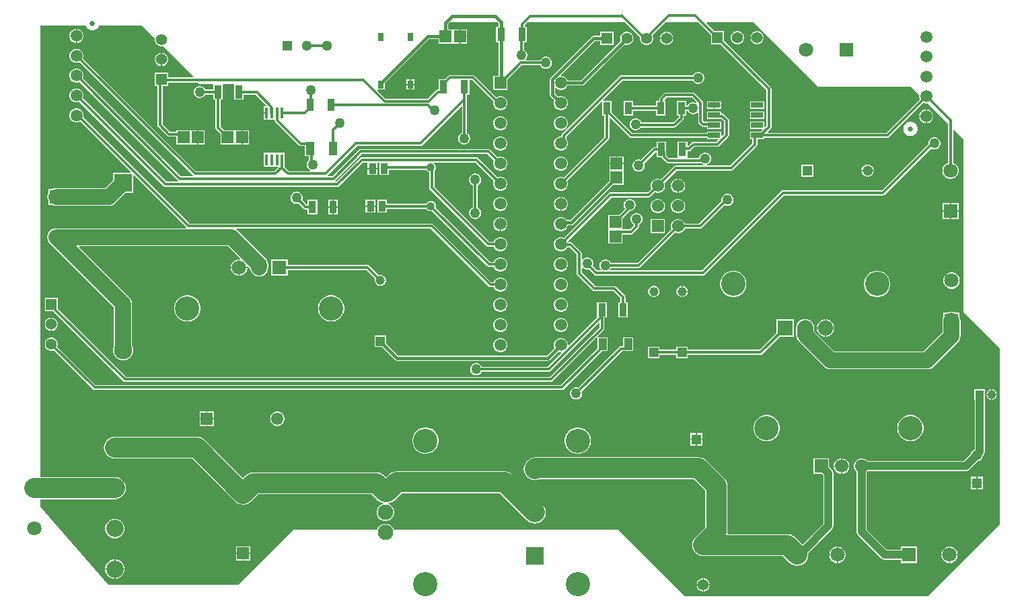
<source format=gtl>
G04*
G04 #@! TF.GenerationSoftware,Altium Limited,Altium Designer,24.1.2 (44)*
G04*
G04 Layer_Physical_Order=1*
G04 Layer_Color=255*
%FSLAX44Y44*%
%MOMM*%
G71*
G04*
G04 #@! TF.SameCoordinates,48E260C1-2FA9-4A74-8A97-B6B365FA718B*
G04*
G04*
G04 #@! TF.FilePolarity,Positive*
G04*
G01*
G75*
%ADD17R,0.9561X1.6582*%
%ADD18R,0.9500X1.3500*%
%ADD19R,0.9561X1.6098*%
%ADD20R,1.5046X1.5562*%
%ADD21R,1.0000X1.5000*%
%ADD22R,1.5562X1.5046*%
%ADD23R,1.5250X0.6500*%
%ADD24R,0.7500X1.0000*%
%ADD25R,0.4500X1.4750*%
%ADD26R,1.1000X1.7000*%
%ADD27R,0.9000X1.6000*%
%ADD34C,1.4000*%
%ADD35R,1.4000X1.4000*%
%ADD39C,1.3000*%
%ADD40R,1.3000X1.3000*%
%ADD41C,3.0500*%
%ADD42C,1.1500*%
%ADD43R,1.1500X1.1500*%
%ADD45C,2.3000*%
%ADD46R,2.3000X2.3000*%
%ADD49R,1.3000X1.3000*%
%ADD54R,1.5500X1.5500*%
%ADD55C,1.5500*%
%ADD61R,1.4000X1.4000*%
%ADD66R,1.5500X1.5500*%
%ADD70C,2.5000*%
%ADD71C,1.0000*%
%ADD72C,0.3710*%
%ADD73C,0.3810*%
%ADD74C,2.0000*%
%ADD75C,1.5000*%
%ADD76C,0.6500*%
%ADD77R,1.5000X1.5000*%
%ADD78C,1.0300*%
%ADD79R,1.8150X1.8150*%
%ADD80C,1.8150*%
%ADD81C,2.1750*%
%ADD82R,1.8000X1.8000*%
%ADD83C,1.8000*%
%ADD84R,1.8000X1.8000*%
%ADD85R,1.1000X1.1000*%
%ADD86C,1.1000*%
%ADD87R,2.3000X2.3000*%
%ADD88R,1.9350X1.9350*%
%ADD89C,1.9350*%
%ADD90C,1.7000*%
%ADD91R,1.7000X1.7000*%
%ADD92R,1.9200X1.9200*%
%ADD93C,1.9200*%
%ADD94C,1.2700*%
G36*
X901050Y735000D02*
Y723250D01*
X913084D01*
X970904Y665430D01*
Y620065D01*
X969368Y618529D01*
X968195Y619015D01*
Y625550D01*
X950405D01*
Y616510D01*
X965690D01*
X966176Y615337D01*
X963689Y612850D01*
X950405D01*
Y603810D01*
X953124D01*
Y598220D01*
X925290Y570386D01*
X895834D01*
X895667Y571656D01*
X897021Y572019D01*
X898759Y573022D01*
X900178Y574441D01*
X901181Y576179D01*
X901700Y578117D01*
Y580123D01*
X901181Y582061D01*
X900178Y583799D01*
X898759Y585218D01*
X897021Y586221D01*
X895083Y586740D01*
X893077D01*
X891139Y586221D01*
X889401Y585218D01*
X887982Y583799D01*
X886979Y582061D01*
X886460Y580123D01*
Y579975D01*
X886148Y579766D01*
X871595D01*
X871481Y580989D01*
X871481Y581036D01*
Y588477D01*
X873603D01*
X874822Y588719D01*
X875856Y589410D01*
X880428Y593982D01*
X909192D01*
X910412Y594224D01*
X911445Y594915D01*
X923003Y606473D01*
X923694Y607506D01*
X923936Y608726D01*
Y627380D01*
X923694Y628599D01*
X923003Y629633D01*
X917645Y634990D01*
X916612Y635681D01*
X915393Y635924D01*
X913955D01*
Y638250D01*
X896165D01*
Y629210D01*
X913955D01*
X914987Y628637D01*
X917564Y626060D01*
Y610045D01*
X915128Y607610D01*
X913955Y608096D01*
Y612850D01*
X896165D01*
Y611516D01*
X802200D01*
X775860Y637856D01*
Y651890D01*
X766005D01*
X765519Y653063D01*
X789990Y677534D01*
X878231D01*
X879092Y676041D01*
X880511Y674622D01*
X882249Y673619D01*
X884187Y673100D01*
X886193D01*
X888131Y673619D01*
X889869Y674622D01*
X891288Y676041D01*
X892291Y677779D01*
X892810Y679717D01*
Y681723D01*
X892291Y683661D01*
X891288Y685399D01*
X889869Y686817D01*
X888131Y687821D01*
X886193Y688340D01*
X884187D01*
X882249Y687821D01*
X880511Y686817D01*
X879092Y685399D01*
X878231Y683906D01*
X788670D01*
X787451Y683664D01*
X786417Y682973D01*
X713871Y610427D01*
X713180Y609393D01*
X712937Y608174D01*
Y606940D01*
X711315D01*
X709085Y606342D01*
X707085Y605188D01*
X705452Y603555D01*
X704298Y601555D01*
X703700Y599325D01*
Y597015D01*
X704298Y594785D01*
X705452Y592785D01*
X707085Y591152D01*
X709085Y589998D01*
X711315Y589400D01*
X713625D01*
X715855Y589998D01*
X717855Y591152D01*
X719488Y592785D01*
X720642Y594785D01*
X721240Y597015D01*
Y599325D01*
X720642Y601555D01*
X719488Y603555D01*
X719120Y603923D01*
X719310Y604879D01*
Y606854D01*
X763147Y650691D01*
X764320Y650205D01*
Y633350D01*
X766904D01*
Y606310D01*
X716033Y555439D01*
X715855Y555542D01*
X713625Y556140D01*
X711315D01*
X709085Y555542D01*
X707085Y554388D01*
X705452Y552755D01*
X704298Y550755D01*
X703700Y548525D01*
Y546215D01*
X704298Y543985D01*
X705452Y541985D01*
X707085Y540352D01*
X709085Y539198D01*
X711315Y538600D01*
X713625D01*
X715855Y539198D01*
X717855Y540352D01*
X719488Y541985D01*
X720642Y543985D01*
X721240Y546215D01*
Y548525D01*
X720642Y550755D01*
X720539Y550933D01*
X772343Y602737D01*
X773034Y603771D01*
X773276Y604990D01*
Y629768D01*
X774449Y630255D01*
X798627Y606077D01*
X799661Y605386D01*
X800880Y605144D01*
X896165D01*
Y603810D01*
X909669D01*
X910155Y602637D01*
X907872Y600354D01*
X879108D01*
X877888Y600111D01*
X876855Y599421D01*
X872751Y595317D01*
X871481Y595843D01*
Y600111D01*
X859381D01*
Y581036D01*
X859380Y580989D01*
X859266Y579766D01*
X848410D01*
X845021Y583155D01*
Y587625D01*
X844959Y587932D01*
Y600111D01*
X832859D01*
Y593736D01*
X830580D01*
X829361Y593494D01*
X828327Y592803D01*
X812928Y577404D01*
X811263Y577850D01*
X809257D01*
X807319Y577331D01*
X805581Y576328D01*
X804163Y574909D01*
X803159Y573171D01*
X802640Y571233D01*
Y569227D01*
X803159Y567289D01*
X804163Y565551D01*
X805581Y564132D01*
X807319Y563129D01*
X809257Y562610D01*
X811263D01*
X813201Y563129D01*
X814939Y564132D01*
X816357Y565551D01*
X817361Y567289D01*
X817880Y569227D01*
Y571233D01*
X817434Y572898D01*
X831589Y587053D01*
X832859Y586613D01*
Y580989D01*
X838817D01*
X838891Y580616D01*
X839582Y579583D01*
X844837Y574327D01*
X845871Y573636D01*
X847090Y573394D01*
X887412D01*
X888631Y573636D01*
X888725Y573699D01*
X889401Y573022D01*
X891139Y572019D01*
X892493Y571656D01*
X892326Y570386D01*
X856760D01*
X855541Y570144D01*
X854507Y569453D01*
X838136Y553082D01*
X837872Y553235D01*
X835577Y553850D01*
X833203D01*
X830908Y553235D01*
X828852Y552048D01*
X827172Y550368D01*
X825985Y548312D01*
X825370Y546017D01*
Y543643D01*
X825985Y541348D01*
X826138Y541084D01*
X821640Y536586D01*
X774700D01*
X773481Y536344D01*
X772447Y535653D01*
X716033Y479239D01*
X715855Y479342D01*
X713625Y479940D01*
X711315D01*
X709085Y479342D01*
X707085Y478188D01*
X705452Y476555D01*
X704298Y474555D01*
X703700Y472325D01*
Y470015D01*
X704298Y467785D01*
X705452Y465785D01*
X707085Y464152D01*
X709085Y462998D01*
X711315Y462400D01*
X713625D01*
X715855Y462998D01*
X717855Y464152D01*
X719488Y465785D01*
X720498Y467536D01*
X723029D01*
X732144Y458420D01*
Y434340D01*
X732386Y433121D01*
X733077Y432087D01*
X752127Y413037D01*
X753161Y412346D01*
X754380Y412104D01*
X778460D01*
X787315Y403249D01*
Y398181D01*
X784451D01*
Y379059D01*
X796551D01*
Y398181D01*
X793687D01*
Y404569D01*
X793445Y405788D01*
X792754Y406822D01*
X782033Y417543D01*
X780999Y418234D01*
X779780Y418476D01*
X755700D01*
X738516Y435660D01*
Y441441D01*
X739786Y441968D01*
X740811Y440942D01*
X742549Y439939D01*
X744487Y439420D01*
X746493D01*
X747629Y439724D01*
X754582Y432772D01*
X755615Y432081D01*
X756834Y431839D01*
X890955D01*
X892174Y432081D01*
X893208Y432772D01*
X993190Y532754D01*
X1117600D01*
X1118819Y532996D01*
X1119853Y533687D01*
X1178038Y591872D01*
X1179429Y591069D01*
X1181367Y590550D01*
X1183373D01*
X1185311Y591069D01*
X1187049Y592072D01*
X1188467Y593491D01*
X1189471Y595229D01*
X1189990Y597167D01*
Y599173D01*
X1189471Y601111D01*
X1188467Y602849D01*
X1187049Y604268D01*
X1185311Y605271D01*
X1183373Y605790D01*
X1181367D01*
X1179429Y605271D01*
X1177691Y604268D01*
X1176273Y602849D01*
X1175269Y601111D01*
X1174750Y599173D01*
Y597596D01*
X1116280Y539126D01*
X991870D01*
X990651Y538884D01*
X989617Y538193D01*
X889635Y438211D01*
X774634D01*
X774108Y439481D01*
X774447Y439821D01*
X775309Y441314D01*
X810260D01*
X811479Y441556D01*
X812513Y442247D01*
X856044Y485778D01*
X856308Y485625D01*
X858603Y485010D01*
X860977D01*
X863272Y485625D01*
X865328Y486812D01*
X867008Y488492D01*
X868195Y490548D01*
X868274Y490844D01*
X887730D01*
X888949Y491086D01*
X889983Y491777D01*
X918493Y520287D01*
X919079Y519949D01*
X921017Y519430D01*
X923023D01*
X924961Y519949D01*
X926699Y520952D01*
X928118Y522371D01*
X929121Y524109D01*
X929640Y526047D01*
Y528053D01*
X929121Y529991D01*
X928118Y531729D01*
X926699Y533148D01*
X924961Y534151D01*
X923023Y534670D01*
X921017D01*
X919079Y534151D01*
X917341Y533148D01*
X915922Y531729D01*
X914919Y529991D01*
X914400Y528053D01*
Y526047D01*
X914578Y525384D01*
X886410Y497216D01*
X868274D01*
X868195Y497512D01*
X867008Y499568D01*
X865328Y501248D01*
X863272Y502435D01*
X860977Y503050D01*
X858603D01*
X856308Y502435D01*
X854252Y501248D01*
X852572Y499568D01*
X851385Y497512D01*
X850770Y495218D01*
Y492842D01*
X851385Y490548D01*
X851538Y490284D01*
X808940Y447686D01*
X775309D01*
X774447Y449179D01*
X773029Y450597D01*
X771291Y451601D01*
X769353Y452120D01*
X767347D01*
X765409Y451601D01*
X763671Y450597D01*
X762253Y449179D01*
X761249Y447441D01*
X760730Y445503D01*
Y443497D01*
X761249Y441559D01*
X762253Y439821D01*
X762592Y439481D01*
X762066Y438211D01*
X758154D01*
X752472Y443893D01*
X752591Y444099D01*
X753110Y446037D01*
Y448043D01*
X752591Y449981D01*
X751588Y451719D01*
X750169Y453138D01*
X748431Y454141D01*
X746493Y454660D01*
X744487D01*
X742549Y454141D01*
X740811Y453138D01*
X739786Y452113D01*
X738516Y452639D01*
Y459740D01*
X738274Y460959D01*
X737583Y461993D01*
X726601Y472975D01*
X725568Y473665D01*
X724348Y473908D01*
X721510D01*
X720984Y475178D01*
X776020Y530214D01*
X822960D01*
X824179Y530456D01*
X825213Y531147D01*
X830644Y536578D01*
X830908Y536425D01*
X833203Y535810D01*
X835577D01*
X837872Y536425D01*
X839928Y537612D01*
X841608Y539292D01*
X842795Y541348D01*
X843410Y543643D01*
Y546017D01*
X842795Y548312D01*
X842642Y548576D01*
X858080Y564014D01*
X926610D01*
X927830Y564257D01*
X928863Y564947D01*
X958563Y594647D01*
X959254Y595681D01*
X959496Y596900D01*
Y603810D01*
X968195D01*
Y605144D01*
X1123080D01*
X1124299Y605386D01*
X1125333Y606077D01*
X1168647Y649391D01*
X1168825Y649288D01*
X1171055Y648690D01*
X1173365D01*
X1173676Y648774D01*
X1199504Y622946D01*
Y573658D01*
X1198726Y573450D01*
X1196384Y572098D01*
X1194472Y570186D01*
X1193120Y567844D01*
X1192420Y565232D01*
Y562528D01*
X1193120Y559916D01*
X1194472Y557574D01*
X1196384Y555662D01*
X1198726Y554310D01*
X1201338Y553610D01*
X1204042D01*
X1206654Y554310D01*
X1208996Y555662D01*
X1210908Y557574D01*
X1212260Y559916D01*
X1212960Y562528D01*
Y565232D01*
X1212260Y567844D01*
X1210908Y570186D01*
X1208996Y572098D01*
X1206654Y573450D01*
X1205876Y573658D01*
Y614914D01*
X1207049Y615401D01*
X1219200Y603250D01*
Y386080D01*
X1264920Y340360D01*
Y118110D01*
X1174750Y27940D01*
X868680D01*
X784860Y111760D01*
X501800D01*
X501689Y112175D01*
X500248Y114670D01*
X498210Y116708D01*
X495715Y118149D01*
X492931Y118895D01*
X490049D01*
X487265Y118149D01*
X484770Y116708D01*
X482732Y114670D01*
X481291Y112175D01*
X481180Y111760D01*
X375920D01*
X306070Y41910D01*
X142471D01*
X57150Y140489D01*
Y150141D01*
X151130D01*
X154725Y150614D01*
X158074Y152002D01*
X160951Y154209D01*
X163158Y157086D01*
X164546Y160435D01*
X165019Y164030D01*
X164546Y167625D01*
X163158Y170974D01*
X160951Y173851D01*
X158074Y176058D01*
X154725Y177446D01*
X151130Y177919D01*
X57150D01*
Y746760D01*
X114330D01*
X114483Y746186D01*
X115668Y744134D01*
X117344Y742458D01*
X119396Y741273D01*
X121685Y740660D01*
X124055D01*
X126344Y741273D01*
X128396Y742458D01*
X130072Y744134D01*
X131257Y746186D01*
X131410Y746760D01*
X185420D01*
X201456Y730724D01*
X201280Y730069D01*
Y727891D01*
X201844Y725788D01*
X202932Y723902D01*
X204472Y722362D01*
X206358Y721274D01*
X208461Y720710D01*
X210639D01*
X211294Y720886D01*
X249753Y682427D01*
X249267Y681253D01*
X217820D01*
Y687250D01*
X201280D01*
Y670710D01*
X204786D01*
Y621309D01*
X205029Y620090D01*
X205720Y619056D01*
X217072Y607704D01*
X218106Y607014D01*
X219325Y606771D01*
X228529D01*
Y596739D01*
X245375D01*
X246115Y596739D01*
X247385Y596739D01*
X254803D01*
Y605790D01*
Y614841D01*
X247385D01*
X246645Y614841D01*
X245375Y614841D01*
X228529D01*
Y613143D01*
X220645D01*
X211159Y622629D01*
Y670710D01*
X217820D01*
Y674881D01*
X256540D01*
Y673100D01*
X273746D01*
X274768Y672501D01*
X274768Y671830D01*
Y666126D01*
X264769D01*
X263908Y667619D01*
X262489Y669037D01*
X260751Y670041D01*
X258813Y670560D01*
X256807D01*
X254869Y670041D01*
X253131Y669037D01*
X251712Y667619D01*
X250709Y665881D01*
X250190Y663943D01*
Y661937D01*
X250709Y659999D01*
X251712Y658261D01*
X253131Y656842D01*
X254869Y655839D01*
X256807Y655320D01*
X258813D01*
X260751Y655839D01*
X262489Y656842D01*
X263908Y658261D01*
X264769Y659754D01*
X274768D01*
Y653379D01*
X277632D01*
Y618264D01*
X277875Y617045D01*
X278565Y616011D01*
X284241Y610335D01*
Y596739D01*
X301087D01*
X301828Y596739D01*
X303098Y596739D01*
X310515D01*
Y605790D01*
Y614841D01*
X303098D01*
X302357Y614841D01*
X301087Y614841D01*
X288747D01*
X284004Y619584D01*
Y653379D01*
X286869D01*
Y671830D01*
X286869Y672501D01*
X287891Y673100D01*
X300268D01*
X301290Y672501D01*
Y653379D01*
X313390D01*
Y659754D01*
X328265D01*
X341760Y646258D01*
X341274Y645085D01*
X338520D01*
Y637075D01*
X342040D01*
Y636440D01*
X342675D01*
Y627795D01*
X352249D01*
Y627711D01*
X352491Y626491D01*
X353182Y625458D01*
X382823Y595817D01*
X383856Y595126D01*
X385076Y594884D01*
X390210D01*
Y582050D01*
X395329D01*
Y577555D01*
X393952Y576179D01*
X392949Y574441D01*
X392430Y572503D01*
Y570497D01*
X392949Y568559D01*
X393952Y566821D01*
X395371Y565402D01*
X396889Y564526D01*
X396831Y563673D01*
X396671Y563256D01*
X370124D01*
X365453Y567928D01*
X365060Y569035D01*
X365060Y569035D01*
X365060D01*
X365060Y569035D01*
Y586325D01*
X338520D01*
Y569035D01*
X355908D01*
X356394Y567862D01*
X351788Y563256D01*
X253104D01*
X111051Y705309D01*
X111640Y707505D01*
Y709815D01*
X111042Y712045D01*
X109888Y714045D01*
X108255Y715678D01*
X106255Y716832D01*
X104025Y717430D01*
X101715D01*
X99485Y716832D01*
X97485Y715678D01*
X95852Y714045D01*
X94698Y712045D01*
X94100Y709815D01*
Y707505D01*
X94698Y705275D01*
X95852Y703275D01*
X97485Y701642D01*
X99485Y700488D01*
X101715Y699890D01*
X104025D01*
X106255Y700488D01*
X106639Y700709D01*
X249172Y558176D01*
X248664Y556906D01*
X234130D01*
X110939Y680097D01*
X111042Y680275D01*
X111640Y682505D01*
Y684815D01*
X111042Y687045D01*
X109888Y689045D01*
X108255Y690678D01*
X106255Y691832D01*
X104025Y692430D01*
X101715D01*
X99485Y691832D01*
X97485Y690678D01*
X95852Y689045D01*
X94698Y687045D01*
X94100Y684815D01*
Y682505D01*
X94698Y680275D01*
X95852Y678275D01*
X97485Y676642D01*
X99485Y675488D01*
X101715Y674890D01*
X104025D01*
X106255Y675488D01*
X106433Y675591D01*
X230557Y551467D01*
X231045Y551141D01*
X230659Y549871D01*
X216165D01*
X110939Y655097D01*
X111042Y655275D01*
X111640Y657505D01*
Y659815D01*
X111042Y662045D01*
X109888Y664045D01*
X108255Y665678D01*
X106255Y666832D01*
X104025Y667430D01*
X101715D01*
X99485Y666832D01*
X97485Y665678D01*
X95852Y664045D01*
X94698Y662045D01*
X94100Y659815D01*
Y657505D01*
X94698Y655275D01*
X95852Y653275D01*
X97485Y651642D01*
X99485Y650488D01*
X101715Y649890D01*
X104025D01*
X106255Y650488D01*
X106433Y650591D01*
X212592Y544432D01*
X213626Y543741D01*
X214845Y543499D01*
X431115D01*
X432334Y543741D01*
X433368Y544432D01*
X463315Y574379D01*
X469200D01*
Y567055D01*
X475220D01*
X481240D01*
Y574379D01*
X484200D01*
Y558400D01*
X496240D01*
Y564774D01*
X543011D01*
X543197Y564323D01*
X545003Y562517D01*
X546715Y561809D01*
Y542299D01*
X546957Y541080D01*
X547648Y540046D01*
X618777Y468917D01*
X619811Y468226D01*
X621030Y467984D01*
X628044D01*
X628098Y467785D01*
X629252Y465785D01*
X630885Y464152D01*
X632885Y462998D01*
X635115Y462400D01*
X637425D01*
X639655Y462998D01*
X641655Y464152D01*
X643288Y465785D01*
X644442Y467785D01*
X645040Y470015D01*
Y472325D01*
X644442Y474555D01*
X643288Y476555D01*
X641655Y478188D01*
X639655Y479342D01*
X637425Y479940D01*
X635115D01*
X632885Y479342D01*
X630885Y478188D01*
X629252Y476555D01*
X628098Y474555D01*
X628044Y474356D01*
X622350D01*
X553087Y543619D01*
Y563328D01*
X554083Y564323D01*
X555060Y566683D01*
Y569237D01*
X554083Y571597D01*
X552570Y573109D01*
X552986Y574379D01*
X604755D01*
X628201Y550933D01*
X628098Y550755D01*
X627500Y548525D01*
Y546215D01*
X628098Y543985D01*
X629252Y541985D01*
X630885Y540352D01*
X632885Y539198D01*
X635115Y538600D01*
X637425D01*
X639655Y539198D01*
X641655Y540352D01*
X643288Y541985D01*
X644442Y543985D01*
X645040Y546215D01*
Y548525D01*
X644442Y550755D01*
X643288Y552755D01*
X641655Y554388D01*
X639655Y555542D01*
X637425Y556140D01*
X635115D01*
X632885Y555542D01*
X632707Y555439D01*
X608328Y579818D01*
X607294Y580509D01*
X606075Y580751D01*
X461995D01*
X460776Y580509D01*
X459742Y579818D01*
X429795Y549871D01*
X428245D01*
X427859Y551141D01*
X428347Y551467D01*
X461704Y584824D01*
X619710D01*
X628201Y576333D01*
X628098Y576155D01*
X627500Y573925D01*
Y571615D01*
X628098Y569385D01*
X629252Y567385D01*
X630885Y565752D01*
X632885Y564598D01*
X635115Y564000D01*
X637425D01*
X639655Y564598D01*
X641655Y565752D01*
X643288Y567385D01*
X644442Y569385D01*
X645040Y571615D01*
Y573925D01*
X644442Y576155D01*
X643288Y578155D01*
X641655Y579788D01*
X639655Y580942D01*
X637425Y581540D01*
X635115D01*
X632885Y580942D01*
X632707Y580839D01*
X623283Y590263D01*
X622249Y590954D01*
X621030Y591196D01*
X460384D01*
X459165Y590954D01*
X458131Y590263D01*
X424774Y556906D01*
X419680D01*
X419172Y558176D01*
X455980Y594984D01*
X535948D01*
X537168Y595226D01*
X538201Y595917D01*
X586751Y644467D01*
X587925Y643981D01*
Y611705D01*
X587609Y611621D01*
X585871Y610617D01*
X584453Y609199D01*
X583449Y607461D01*
X582930Y605523D01*
Y603517D01*
X583449Y601579D01*
X584453Y599841D01*
X585871Y598423D01*
X587609Y597419D01*
X589547Y596900D01*
X591553D01*
X593491Y597419D01*
X595229Y598423D01*
X596647Y599841D01*
X597651Y601579D01*
X598170Y603517D01*
Y605523D01*
X597651Y607461D01*
X596647Y609199D01*
X595229Y610617D01*
X594297Y611156D01*
Y659729D01*
X597161D01*
Y678030D01*
X600214D01*
X627631Y650613D01*
X627500Y650125D01*
Y647815D01*
X628098Y645585D01*
X629252Y643585D01*
X630885Y641952D01*
X632885Y640798D01*
X635115Y640200D01*
X637425D01*
X639655Y640798D01*
X641655Y641952D01*
X643288Y643585D01*
X644442Y645585D01*
X645040Y647815D01*
Y650125D01*
X644442Y652355D01*
X643288Y654355D01*
X641655Y655988D01*
X639655Y657142D01*
X637425Y657740D01*
X635115D01*
X632885Y657142D01*
X631128Y656128D01*
X603786Y683469D01*
X602753Y684160D01*
X601533Y684403D01*
X572602D01*
X571383Y684160D01*
X570349Y683469D01*
X565772Y678892D01*
X565744Y678851D01*
X558539D01*
Y666048D01*
X557496D01*
X556277Y665805D01*
X555243Y665115D01*
X544725Y654596D01*
X492000D01*
X481730Y664867D01*
X482216Y666040D01*
X490460D01*
Y674002D01*
X546011Y729553D01*
X558561D01*
Y723739D01*
X575407D01*
X576147Y723739D01*
X577418Y723739D01*
X584835D01*
Y732790D01*
Y741841D01*
X577418D01*
X576677Y741841D01*
X575407Y741841D01*
X570592D01*
Y748894D01*
X572268Y750570D01*
X632962D01*
X634303Y749229D01*
Y744891D01*
X630929D01*
Y725769D01*
X633742D01*
Y683140D01*
X627500D01*
Y665600D01*
X645040D01*
Y678634D01*
X662990Y696584D01*
X686461D01*
X687322Y695091D01*
X688741Y693672D01*
X690479Y692669D01*
X692417Y692150D01*
X694423D01*
X696361Y692669D01*
X698099Y693672D01*
X699518Y695091D01*
X700521Y696829D01*
X701040Y698767D01*
Y700773D01*
X700521Y702711D01*
X699518Y704449D01*
X698099Y705867D01*
X696361Y706871D01*
X694423Y707390D01*
X692417D01*
X690479Y706871D01*
X688741Y705867D01*
X687322Y704449D01*
X686461Y702956D01*
X668869D01*
X668343Y704226D01*
X668683Y704566D01*
X669686Y706304D01*
X670205Y708242D01*
Y710248D01*
X669686Y712186D01*
X668683Y713924D01*
X667264Y715342D01*
X666229Y715940D01*
Y725769D01*
X669551D01*
Y744891D01*
X666687D01*
Y747077D01*
X670180Y750570D01*
X792886D01*
X811950Y731506D01*
Y729331D01*
X812514Y727228D01*
X813602Y725342D01*
X815142Y723802D01*
X817028Y722714D01*
X819131Y722150D01*
X821309D01*
X823412Y722714D01*
X825298Y723802D01*
X826838Y725342D01*
X827926Y727228D01*
X828490Y729331D01*
Y731509D01*
X827926Y733612D01*
X827686Y734029D01*
X844227Y750570D01*
X885480D01*
X901050Y735000D01*
D02*
G37*
G36*
X1036320Y669290D02*
X1153160D01*
X1163524Y658926D01*
X1163440Y658615D01*
Y656305D01*
X1164038Y654075D01*
X1164141Y653897D01*
X1121760Y611516D01*
X973027D01*
X972541Y612690D01*
X976343Y616492D01*
X977034Y617526D01*
X977276Y618745D01*
Y666750D01*
X977034Y667969D01*
X976343Y669003D01*
X917590Y727756D01*
Y739790D01*
X905272D01*
X895666Y749397D01*
X896152Y750570D01*
X955040D01*
X1036320Y669290D01*
D02*
G37*
%LPC*%
G36*
X104025Y742430D02*
X103505D01*
Y734295D01*
X111640D01*
Y734815D01*
X111042Y737045D01*
X109888Y739045D01*
X108255Y740678D01*
X106255Y741832D01*
X104025Y742430D01*
D02*
G37*
G36*
X102235D02*
X101715D01*
X99485Y741832D01*
X97485Y740678D01*
X95852Y739045D01*
X94698Y737045D01*
X94100Y734815D01*
Y734295D01*
X102235D01*
Y742430D01*
D02*
G37*
G36*
X586105Y741841D02*
Y733425D01*
X594263D01*
Y741841D01*
X586105D01*
D02*
G37*
G36*
X846309Y738690D02*
X845855D01*
Y731055D01*
X853490D01*
Y731509D01*
X852926Y733612D01*
X851838Y735498D01*
X850298Y737038D01*
X848412Y738126D01*
X846309Y738690D01*
D02*
G37*
G36*
X844585D02*
X844131D01*
X842028Y738126D01*
X840142Y737038D01*
X838602Y735498D01*
X837514Y733612D01*
X836950Y731509D01*
Y731055D01*
X844585D01*
Y738690D01*
D02*
G37*
G36*
X111640Y733025D02*
X103505D01*
Y724890D01*
X104025D01*
X106255Y725488D01*
X108255Y726642D01*
X109888Y728275D01*
X111042Y730275D01*
X111640Y732505D01*
Y733025D01*
D02*
G37*
G36*
X102235D02*
X94100D01*
Y732505D01*
X94698Y730275D01*
X95852Y728275D01*
X97485Y726642D01*
X99485Y725488D01*
X101715Y724890D01*
X102235D01*
Y733025D01*
D02*
G37*
G36*
X594263Y732155D02*
X586105D01*
Y723739D01*
X594263D01*
Y732155D01*
D02*
G37*
G36*
X853490Y729785D02*
X845855D01*
Y722150D01*
X846309D01*
X848412Y722714D01*
X850298Y723802D01*
X851838Y725342D01*
X852926Y727228D01*
X853490Y729331D01*
Y729785D01*
D02*
G37*
G36*
X844585D02*
X836950D01*
Y729331D01*
X837514Y727228D01*
X838602Y725342D01*
X840142Y723802D01*
X842028Y722714D01*
X844131Y722150D01*
X844585D01*
Y729785D01*
D02*
G37*
G36*
X796309Y738690D02*
X794131D01*
X792028Y738126D01*
X790142Y737038D01*
X788602Y735498D01*
X787514Y733612D01*
X786950Y731509D01*
Y729331D01*
X787500Y727278D01*
X737829Y677607D01*
X720682D01*
X720642Y677755D01*
X719488Y679755D01*
X717855Y681388D01*
X715855Y682542D01*
X713625Y683140D01*
X712517D01*
X711991Y684410D01*
X754764Y727183D01*
X761950D01*
Y722150D01*
X778490D01*
Y738690D01*
X761950D01*
Y733657D01*
X753423D01*
X752184Y733411D01*
X751134Y732709D01*
X699506Y681081D01*
X698804Y680031D01*
X698558Y678792D01*
Y659645D01*
X698804Y658406D01*
X699506Y657356D01*
X704374Y652488D01*
X704298Y652355D01*
X703700Y650125D01*
Y647815D01*
X704298Y645585D01*
X705452Y643585D01*
X707085Y641952D01*
X709085Y640798D01*
X711315Y640200D01*
X713625D01*
X715855Y640798D01*
X717855Y641952D01*
X719488Y643585D01*
X720642Y645585D01*
X721240Y647815D01*
Y650125D01*
X720642Y652355D01*
X719488Y654355D01*
X717855Y655988D01*
X715855Y657142D01*
X713625Y657740D01*
X711315D01*
X709085Y657142D01*
X708952Y657066D01*
X705032Y660986D01*
Y667609D01*
X706302Y668135D01*
X707085Y667352D01*
X709085Y666198D01*
X711315Y665600D01*
X713625D01*
X715855Y666198D01*
X717855Y667352D01*
X719488Y668985D01*
X720642Y670985D01*
X720682Y671133D01*
X739170D01*
X740409Y671379D01*
X741459Y672081D01*
X792078Y722700D01*
X794131Y722150D01*
X796309D01*
X798412Y722714D01*
X800298Y723802D01*
X801838Y725342D01*
X802926Y727228D01*
X803490Y729331D01*
Y731509D01*
X802926Y733612D01*
X801838Y735498D01*
X800298Y737038D01*
X798412Y738126D01*
X796309Y738690D01*
D02*
G37*
G36*
X210639Y712250D02*
X210185D01*
Y704615D01*
X217820D01*
Y705069D01*
X217256Y707172D01*
X216168Y709058D01*
X214628Y710598D01*
X212742Y711686D01*
X210639Y712250D01*
D02*
G37*
G36*
X208915D02*
X208461D01*
X206358Y711686D01*
X204472Y710598D01*
X202932Y709058D01*
X201844Y707172D01*
X201280Y705069D01*
Y704615D01*
X208915D01*
Y712250D01*
D02*
G37*
G36*
X217820Y703345D02*
X210185D01*
Y695710D01*
X210639D01*
X212742Y696274D01*
X214628Y697362D01*
X216168Y698902D01*
X217256Y700788D01*
X217820Y702891D01*
Y703345D01*
D02*
G37*
G36*
X208915D02*
X201280D01*
Y702891D01*
X201844Y700788D01*
X202932Y698902D01*
X204472Y697362D01*
X206358Y696274D01*
X208461Y695710D01*
X208915D01*
Y703345D01*
D02*
G37*
G36*
X527960Y678580D02*
X523575D01*
Y672945D01*
X527960D01*
Y678580D01*
D02*
G37*
G36*
X522305D02*
X517920D01*
Y672945D01*
X522305D01*
Y678580D01*
D02*
G37*
G36*
X527960Y671675D02*
X523575D01*
Y666040D01*
X527960D01*
Y671675D01*
D02*
G37*
G36*
X522305D02*
X517920D01*
Y666040D01*
X522305D01*
Y671675D01*
D02*
G37*
G36*
X878840Y662316D02*
X844221D01*
X843001Y662074D01*
X841968Y661383D01*
X836899Y656314D01*
X836208Y655280D01*
X835965Y654061D01*
Y651939D01*
X831839D01*
Y645806D01*
X802860D01*
Y651890D01*
X791320D01*
Y633350D01*
X802860D01*
Y639434D01*
X831839D01*
Y633301D01*
X843940D01*
Y651939D01*
X843332D01*
X842806Y653209D01*
X845541Y655944D01*
X877520D01*
X882954Y650510D01*
X882174Y649494D01*
X881781Y649721D01*
X879843Y650240D01*
X877837D01*
X875899Y649721D01*
X874161Y648717D01*
X872742Y647299D01*
X871881Y645806D01*
X869961D01*
Y651939D01*
X857860D01*
Y633301D01*
X860725D01*
Y631551D01*
X853810Y624636D01*
X813713D01*
X813551Y625241D01*
X812548Y626979D01*
X811129Y628397D01*
X809391Y629401D01*
X807453Y629920D01*
X805447D01*
X803509Y629401D01*
X801771Y628397D01*
X800352Y626979D01*
X799349Y625241D01*
X798830Y623303D01*
Y621297D01*
X799349Y619359D01*
X800352Y617621D01*
X801771Y616203D01*
X803509Y615199D01*
X805447Y614680D01*
X807453D01*
X809391Y615199D01*
X811129Y616203D01*
X812548Y617621D01*
X812918Y618263D01*
X855130D01*
X856349Y618506D01*
X857383Y619197D01*
X866164Y627978D01*
X866854Y629011D01*
X867097Y630231D01*
Y633301D01*
X869961D01*
Y639434D01*
X871881D01*
X872742Y637941D01*
X874161Y636522D01*
X875899Y635519D01*
X877837Y635000D01*
X879843D01*
X881781Y635519D01*
X883519Y636522D01*
X883859Y636862D01*
X885129Y636336D01*
Y625525D01*
X885371Y624306D01*
X886062Y623272D01*
X889162Y620172D01*
X890196Y619481D01*
X891415Y619239D01*
X896165D01*
Y616510D01*
X913955D01*
Y625550D01*
X903973D01*
X903665Y625611D01*
X892735D01*
X891501Y626845D01*
Y649655D01*
X891259Y650874D01*
X890568Y651908D01*
X881093Y661383D01*
X880059Y662074D01*
X878840Y662316D01*
D02*
G37*
G36*
X913955Y650950D02*
X905695D01*
Y647065D01*
X913955D01*
Y650950D01*
D02*
G37*
G36*
X904425D02*
X896165D01*
Y647065D01*
X904425D01*
Y650950D01*
D02*
G37*
G36*
X968195D02*
X950405D01*
Y641910D01*
X968195D01*
Y650950D01*
D02*
G37*
G36*
X913955Y645795D02*
X905695D01*
Y641910D01*
X913955D01*
Y645795D01*
D02*
G37*
G36*
X904425D02*
X896165D01*
Y641910D01*
X904425D01*
Y645795D01*
D02*
G37*
G36*
X1173365Y641230D02*
X1172845D01*
Y633095D01*
X1180980D01*
Y633615D01*
X1180382Y635845D01*
X1179228Y637845D01*
X1177595Y639478D01*
X1175595Y640632D01*
X1173365Y641230D01*
D02*
G37*
G36*
X1171575D02*
X1171055D01*
X1168825Y640632D01*
X1166825Y639478D01*
X1165192Y637845D01*
X1164038Y635845D01*
X1163440Y633615D01*
Y633095D01*
X1171575D01*
Y641230D01*
D02*
G37*
G36*
X968195Y638250D02*
X950405D01*
Y629210D01*
X968195D01*
Y638250D01*
D02*
G37*
G36*
X341405Y635805D02*
X338520D01*
Y627795D01*
X341405D01*
Y635805D01*
D02*
G37*
G36*
X1180980Y631825D02*
X1172845D01*
Y623690D01*
X1173365D01*
X1175595Y624288D01*
X1177595Y625442D01*
X1179228Y627075D01*
X1180382Y629075D01*
X1180980Y631305D01*
Y631825D01*
D02*
G37*
G36*
X1171575D02*
X1163440D01*
Y631305D01*
X1164038Y629075D01*
X1165192Y627075D01*
X1166825Y625442D01*
X1168825Y624288D01*
X1171055Y623690D01*
X1171575D01*
Y631825D01*
D02*
G37*
G36*
X713625Y632340D02*
X711315D01*
X709085Y631742D01*
X707085Y630588D01*
X705452Y628955D01*
X704298Y626955D01*
X703700Y624725D01*
Y622415D01*
X704298Y620185D01*
X705452Y618185D01*
X707085Y616552D01*
X709085Y615398D01*
X711315Y614800D01*
X713625D01*
X715855Y615398D01*
X717855Y616552D01*
X719488Y618185D01*
X720642Y620185D01*
X721240Y622415D01*
Y624725D01*
X720642Y626955D01*
X719488Y628955D01*
X717855Y630588D01*
X715855Y631742D01*
X713625Y632340D01*
D02*
G37*
G36*
X637425D02*
X635115D01*
X632885Y631742D01*
X630885Y630588D01*
X629252Y628955D01*
X628098Y626955D01*
X627500Y624725D01*
Y622415D01*
X628098Y620185D01*
X629252Y618185D01*
X630885Y616552D01*
X632885Y615398D01*
X635115Y614800D01*
X637425D01*
X639655Y615398D01*
X641655Y616552D01*
X643288Y618185D01*
X644442Y620185D01*
X645040Y622415D01*
Y624725D01*
X644442Y626955D01*
X643288Y628955D01*
X641655Y630588D01*
X639655Y631742D01*
X637425Y632340D01*
D02*
G37*
G36*
X1153395Y625460D02*
X1151025D01*
X1148736Y624847D01*
X1146684Y623662D01*
X1145008Y621986D01*
X1143823Y619934D01*
X1143210Y617645D01*
Y615275D01*
X1143823Y612986D01*
X1145008Y610934D01*
X1146684Y609258D01*
X1148736Y608073D01*
X1151025Y607460D01*
X1153395D01*
X1155684Y608073D01*
X1157736Y609258D01*
X1159412Y610934D01*
X1160597Y612986D01*
X1161210Y615275D01*
Y617645D01*
X1160597Y619934D01*
X1159412Y621986D01*
X1157736Y623662D01*
X1155684Y624847D01*
X1153395Y625460D01*
D02*
G37*
G36*
X311785Y614841D02*
Y606425D01*
X319943D01*
Y614841D01*
X311785D01*
D02*
G37*
G36*
X256073D02*
Y606425D01*
X264231D01*
Y614841D01*
X256073D01*
D02*
G37*
G36*
X319943Y605155D02*
X311785D01*
Y596739D01*
X319943D01*
Y605155D01*
D02*
G37*
G36*
X264231D02*
X256073D01*
Y596739D01*
X264231D01*
Y605155D01*
D02*
G37*
G36*
X637425Y606940D02*
X635115D01*
X632885Y606342D01*
X630885Y605188D01*
X629252Y603555D01*
X628098Y601555D01*
X627500Y599325D01*
Y597015D01*
X628098Y594785D01*
X629252Y592785D01*
X630885Y591152D01*
X632885Y589998D01*
X635115Y589400D01*
X637425D01*
X639655Y589998D01*
X641655Y591152D01*
X643288Y592785D01*
X644442Y594785D01*
X645040Y597015D01*
Y599325D01*
X644442Y601555D01*
X643288Y603555D01*
X641655Y605188D01*
X639655Y606342D01*
X637425Y606940D01*
D02*
G37*
G36*
X791371Y581899D02*
X782955D01*
Y573741D01*
X791371D01*
Y581899D01*
D02*
G37*
G36*
X781685D02*
X773269D01*
Y573741D01*
X781685D01*
Y581899D01*
D02*
G37*
G36*
X1099473Y571650D02*
X1099085D01*
Y564515D01*
X1106220D01*
Y564903D01*
X1105691Y566879D01*
X1104668Y568651D01*
X1103221Y570098D01*
X1101449Y571120D01*
X1099473Y571650D01*
D02*
G37*
G36*
X1097815D02*
X1097427D01*
X1095451Y571120D01*
X1093679Y570098D01*
X1092233Y568651D01*
X1091209Y566879D01*
X1090680Y564903D01*
Y564515D01*
X1097815D01*
Y571650D01*
D02*
G37*
G36*
X713625Y581540D02*
X711315D01*
X709085Y580942D01*
X707085Y579788D01*
X705452Y578155D01*
X704298Y576155D01*
X703700Y573925D01*
Y571615D01*
X704298Y569385D01*
X705452Y567385D01*
X707085Y565752D01*
X709085Y564598D01*
X711315Y564000D01*
X713625D01*
X715855Y564598D01*
X717855Y565752D01*
X719488Y567385D01*
X720642Y569385D01*
X721240Y571615D01*
Y573925D01*
X720642Y576155D01*
X719488Y578155D01*
X717855Y579788D01*
X715855Y580942D01*
X713625Y581540D01*
D02*
G37*
G36*
X481240Y565785D02*
X475855D01*
Y558400D01*
X481240D01*
Y565785D01*
D02*
G37*
G36*
X474585D02*
X469200D01*
Y558400D01*
X474585D01*
Y565785D01*
D02*
G37*
G36*
X1106220Y563245D02*
X1099085D01*
Y556110D01*
X1099473D01*
X1101449Y556640D01*
X1103221Y557663D01*
X1104668Y559109D01*
X1105691Y560881D01*
X1106220Y562857D01*
Y563245D01*
D02*
G37*
G36*
X1097815D02*
X1090680D01*
Y562857D01*
X1091209Y560881D01*
X1092233Y559109D01*
X1093679Y557663D01*
X1095451Y556640D01*
X1097427Y556110D01*
X1097815D01*
Y563245D01*
D02*
G37*
G36*
X1030220Y571650D02*
X1014680D01*
Y556110D01*
X1030220D01*
Y571650D01*
D02*
G37*
G36*
X860977Y553850D02*
X860425D01*
Y545465D01*
X868810D01*
Y546017D01*
X868195Y548312D01*
X867008Y550368D01*
X865328Y552048D01*
X863272Y553235D01*
X860977Y553850D01*
D02*
G37*
G36*
X859155D02*
X858603D01*
X856308Y553235D01*
X854252Y552048D01*
X852572Y550368D01*
X851385Y548312D01*
X850770Y546017D01*
Y545465D01*
X859155D01*
Y553850D01*
D02*
G37*
G36*
X868810Y544195D02*
X860425D01*
Y535810D01*
X860977D01*
X863272Y536425D01*
X865328Y537612D01*
X867008Y539292D01*
X868195Y541348D01*
X868810Y543643D01*
Y544195D01*
D02*
G37*
G36*
X859155D02*
X850770D01*
Y543643D01*
X851385Y541348D01*
X852572Y539292D01*
X854252Y537612D01*
X856308Y536425D01*
X858603Y535810D01*
X859155D01*
Y544195D01*
D02*
G37*
G36*
X713625Y530740D02*
X713105D01*
Y522605D01*
X721240D01*
Y523125D01*
X720642Y525355D01*
X719488Y527355D01*
X717855Y528988D01*
X715855Y530142D01*
X713625Y530740D01*
D02*
G37*
G36*
X711835D02*
X711315D01*
X709085Y530142D01*
X707085Y528988D01*
X705452Y527355D01*
X704298Y525355D01*
X703700Y523125D01*
Y522605D01*
X711835D01*
Y530740D01*
D02*
G37*
G36*
X478700Y527180D02*
X473315D01*
Y519795D01*
X478700D01*
Y527180D01*
D02*
G37*
G36*
X472045D02*
X466660D01*
Y519795D01*
X472045D01*
Y527180D01*
D02*
G37*
G36*
X472680Y519160D02*
D01*
D01*
D01*
D02*
G37*
G36*
X431811Y527479D02*
X426396D01*
Y518795D01*
X431811D01*
Y527479D01*
D02*
G37*
G36*
X425126D02*
X419711D01*
Y518795D01*
X425126D01*
Y527479D01*
D02*
G37*
G36*
X1212960Y523350D02*
X1203325D01*
Y513715D01*
X1212960D01*
Y523350D01*
D02*
G37*
G36*
X1202055D02*
X1192420D01*
Y513715D01*
X1202055D01*
Y523350D01*
D02*
G37*
G36*
X721240Y521335D02*
X713105D01*
Y513200D01*
X713625D01*
X715855Y513798D01*
X717855Y514952D01*
X719488Y516585D01*
X720642Y518585D01*
X721240Y520815D01*
Y521335D01*
D02*
G37*
G36*
X711835D02*
X703700D01*
Y520815D01*
X704298Y518585D01*
X705452Y516585D01*
X707085Y514952D01*
X709085Y513798D01*
X711315Y513200D01*
X711835D01*
Y521335D01*
D02*
G37*
G36*
X637425Y530740D02*
X635115D01*
X632885Y530142D01*
X630885Y528988D01*
X629252Y527355D01*
X628098Y525355D01*
X627500Y523125D01*
Y520815D01*
X628098Y518585D01*
X629252Y516585D01*
X630885Y514952D01*
X632885Y513798D01*
X635115Y513200D01*
X637425D01*
X639655Y513798D01*
X641655Y514952D01*
X643288Y516585D01*
X644442Y518585D01*
X645040Y520815D01*
Y523125D01*
X644442Y525355D01*
X643288Y527355D01*
X641655Y528988D01*
X639655Y530142D01*
X637425Y530740D01*
D02*
G37*
G36*
X478700Y518525D02*
X473315D01*
Y511140D01*
X478700D01*
Y518525D01*
D02*
G37*
G36*
X472045D02*
X466660D01*
Y511140D01*
X472045D01*
Y518525D01*
D02*
G37*
G36*
X860977Y528450D02*
X858603D01*
X856308Y527835D01*
X854252Y526648D01*
X852572Y524968D01*
X851385Y522912D01*
X850770Y520617D01*
Y518242D01*
X851385Y515948D01*
X852572Y513892D01*
X854252Y512212D01*
X856308Y511025D01*
X858603Y510410D01*
X860977D01*
X863272Y511025D01*
X865328Y512212D01*
X867008Y513892D01*
X868195Y515948D01*
X868810Y518242D01*
Y520617D01*
X868195Y522912D01*
X867008Y524968D01*
X865328Y526648D01*
X863272Y527835D01*
X860977Y528450D01*
D02*
G37*
G36*
X835577D02*
X833203D01*
X830908Y527835D01*
X828852Y526648D01*
X827172Y524968D01*
X825985Y522912D01*
X825370Y520617D01*
Y518242D01*
X825985Y515948D01*
X827172Y513892D01*
X828852Y512212D01*
X830908Y511025D01*
X833203Y510410D01*
X835577D01*
X837872Y511025D01*
X839928Y512212D01*
X841608Y513892D01*
X842795Y515948D01*
X843410Y518242D01*
Y520617D01*
X842795Y522912D01*
X841608Y524968D01*
X839928Y526648D01*
X837872Y527835D01*
X835577Y528450D01*
D02*
G37*
G36*
X431811Y517525D02*
X426396D01*
Y508841D01*
X431811D01*
Y517525D01*
D02*
G37*
G36*
X425126D02*
X419711D01*
Y508841D01*
X425126D01*
Y517525D01*
D02*
G37*
G36*
X380733Y537210D02*
X378727D01*
X376789Y536691D01*
X375051Y535687D01*
X373633Y534269D01*
X372629Y532531D01*
X372110Y530593D01*
Y528587D01*
X372629Y526649D01*
X373633Y524911D01*
X375051Y523493D01*
X376789Y522489D01*
X378727Y521970D01*
X380733D01*
X382398Y522416D01*
X388907Y515907D01*
X389941Y515216D01*
X391160Y514974D01*
X393689D01*
Y508841D01*
X405789D01*
Y527479D01*
X393689D01*
Y521493D01*
X392419Y521407D01*
X386904Y526922D01*
X387350Y528587D01*
Y530593D01*
X386831Y532531D01*
X385827Y534269D01*
X384409Y535687D01*
X382671Y536691D01*
X380733Y537210D01*
D02*
G37*
G36*
X605523Y560070D02*
X603517D01*
X601579Y559551D01*
X599841Y558548D01*
X598423Y557129D01*
X597419Y555391D01*
X596900Y553453D01*
Y551447D01*
X597419Y549509D01*
X598423Y547771D01*
X599841Y546353D01*
X601334Y545491D01*
Y517499D01*
X599841Y516637D01*
X598423Y515219D01*
X597419Y513481D01*
X596900Y511543D01*
Y509537D01*
X597419Y507599D01*
X598423Y505861D01*
X599841Y504442D01*
X601579Y503439D01*
X603517Y502920D01*
X605523D01*
X607461Y503439D01*
X609199Y504442D01*
X610617Y505861D01*
X611621Y507599D01*
X612140Y509537D01*
Y511543D01*
X611621Y513481D01*
X610617Y515219D01*
X609199Y516637D01*
X607706Y517499D01*
Y545491D01*
X609199Y546353D01*
X610617Y547771D01*
X611621Y549509D01*
X612140Y551447D01*
Y553453D01*
X611621Y555391D01*
X610617Y557129D01*
X609199Y558548D01*
X607461Y559551D01*
X605523Y560070D01*
D02*
G37*
G36*
X1212960Y512445D02*
X1203325D01*
Y502810D01*
X1212960D01*
Y512445D01*
D02*
G37*
G36*
X1202055D02*
X1192420D01*
Y502810D01*
X1202055D01*
Y512445D01*
D02*
G37*
G36*
X791371Y572471D02*
X782320D01*
X773269D01*
Y565053D01*
X773269Y564313D01*
X773269Y563042D01*
Y550775D01*
X724344Y501850D01*
X719548D01*
X719488Y501955D01*
X717855Y503588D01*
X715855Y504742D01*
X713625Y505340D01*
X711315D01*
X709085Y504742D01*
X707085Y503588D01*
X705452Y501955D01*
X704298Y499955D01*
X703700Y497725D01*
Y495415D01*
X704298Y493185D01*
X705452Y491185D01*
X707085Y489552D01*
X709085Y488398D01*
X711315Y487800D01*
X713625D01*
X715855Y488398D01*
X717855Y489552D01*
X719488Y491185D01*
X720642Y493185D01*
X721229Y495376D01*
X725685D01*
X726924Y495622D01*
X727974Y496324D01*
X777847Y546197D01*
X791371D01*
Y563042D01*
X791371Y563783D01*
X791371Y565053D01*
Y572471D01*
D02*
G37*
G36*
X637425Y505340D02*
X636905D01*
Y497205D01*
X645040D01*
Y497725D01*
X644442Y499955D01*
X643288Y501955D01*
X641655Y503588D01*
X639655Y504742D01*
X637425Y505340D01*
D02*
G37*
G36*
X635635D02*
X635115D01*
X632885Y504742D01*
X630885Y503588D01*
X629252Y501955D01*
X628098Y499955D01*
X627500Y497725D01*
Y497205D01*
X635635D01*
Y505340D01*
D02*
G37*
G36*
X645040Y495935D02*
X636905D01*
Y487800D01*
X637425D01*
X639655Y488398D01*
X641655Y489552D01*
X643288Y491185D01*
X644442Y493185D01*
X645040Y495415D01*
Y495935D01*
D02*
G37*
G36*
X635635D02*
X627500D01*
Y495415D01*
X628098Y493185D01*
X629252Y491185D01*
X630885Y489552D01*
X632885Y488398D01*
X635115Y487800D01*
X635635D01*
Y495935D01*
D02*
G37*
G36*
X843410Y503050D02*
X825370D01*
Y485010D01*
X843410D01*
Y503050D01*
D02*
G37*
G36*
X799833Y528320D02*
X797827D01*
X795889Y527801D01*
X794151Y526797D01*
X792732Y525379D01*
X791729Y523641D01*
X791210Y521703D01*
Y519697D01*
X791729Y517759D01*
X792732Y516021D01*
X793010Y515744D01*
X785337Y508071D01*
X771999D01*
Y491225D01*
X771999Y490485D01*
X771999Y489215D01*
Y472369D01*
X790101D01*
Y483644D01*
X800599D01*
X801818Y483887D01*
X802852Y484577D01*
X809742Y491468D01*
X810433Y492501D01*
X810675Y493721D01*
Y495827D01*
X812399Y496823D01*
X813818Y498241D01*
X814821Y499979D01*
X815340Y501917D01*
Y503923D01*
X814821Y505861D01*
X813818Y507599D01*
X812399Y509017D01*
X810661Y510021D01*
X808723Y510540D01*
X806717D01*
X804779Y510021D01*
X803041Y509017D01*
X801622Y507599D01*
X800619Y505861D01*
X800100Y503923D01*
Y501917D01*
X800619Y499979D01*
X801622Y498241D01*
X803041Y496823D01*
X804085Y496220D01*
X804188Y494926D01*
X799279Y490017D01*
X791177D01*
X790101Y490485D01*
X790101Y491287D01*
Y503823D01*
X799358Y513080D01*
X799833D01*
X801771Y513599D01*
X803509Y514603D01*
X804928Y516021D01*
X805931Y517759D01*
X806450Y519697D01*
Y521703D01*
X805931Y523641D01*
X804928Y525379D01*
X803509Y526797D01*
X801771Y527801D01*
X799833Y528320D01*
D02*
G37*
G36*
X306705Y452305D02*
X305978D01*
X303347Y451600D01*
X300988Y450238D01*
X299062Y448312D01*
X297700Y445953D01*
X296995Y443322D01*
Y442595D01*
X306705D01*
Y452305D01*
D02*
G37*
G36*
X713625Y454540D02*
X711315D01*
X709085Y453942D01*
X707085Y452788D01*
X705452Y451155D01*
X704298Y449155D01*
X703700Y446925D01*
Y444615D01*
X704298Y442385D01*
X705452Y440385D01*
X707085Y438752D01*
X709085Y437598D01*
X711315Y437000D01*
X713625D01*
X715855Y437598D01*
X717855Y438752D01*
X719488Y440385D01*
X720642Y442385D01*
X721240Y444615D01*
Y446925D01*
X720642Y449155D01*
X719488Y451155D01*
X717855Y452788D01*
X715855Y453942D01*
X713625Y454540D01*
D02*
G37*
G36*
X493700Y527180D02*
X481660D01*
Y511140D01*
X493700D01*
Y515974D01*
X543011D01*
X543197Y515523D01*
X545003Y513717D01*
X547363Y512740D01*
X549917D01*
X550368Y512927D01*
X619777Y443517D01*
X620811Y442826D01*
X622030Y442584D01*
X628044D01*
X628098Y442385D01*
X629252Y440385D01*
X630885Y438752D01*
X632885Y437598D01*
X635115Y437000D01*
X637425D01*
X639655Y437598D01*
X641655Y438752D01*
X643288Y440385D01*
X644442Y442385D01*
X645040Y444615D01*
Y446925D01*
X644442Y449155D01*
X643288Y451155D01*
X641655Y452788D01*
X639655Y453942D01*
X637425Y454540D01*
X635115D01*
X632885Y453942D01*
X630885Y452788D01*
X629252Y451155D01*
X628098Y449155D01*
X628044Y448956D01*
X623350D01*
X554873Y517433D01*
X555060Y517883D01*
Y520437D01*
X554083Y522797D01*
X552277Y524603D01*
X549917Y525580D01*
X547363D01*
X545003Y524603D01*
X543197Y522797D01*
X543011Y522346D01*
X493700D01*
Y527180D01*
D02*
G37*
G36*
X317685Y441325D02*
X307975D01*
Y431615D01*
X308702D01*
X311333Y432320D01*
X313692Y433682D01*
X315618Y435608D01*
X316980Y437967D01*
X317685Y440598D01*
Y441325D01*
D02*
G37*
G36*
X306705D02*
X296995D01*
Y440598D01*
X297700Y437967D01*
X299062Y435608D01*
X300988Y433682D01*
X303347Y432320D01*
X305978Y431615D01*
X306705D01*
Y441325D01*
D02*
G37*
G36*
X368485Y452305D02*
X347795D01*
Y431615D01*
X368485D01*
Y438774D01*
X467560D01*
X478456Y427878D01*
X478120Y426624D01*
Y424776D01*
X478598Y422990D01*
X479523Y421390D01*
X480830Y420083D01*
X482430Y419158D01*
X484216Y418680D01*
X486064D01*
X487850Y419158D01*
X489450Y420083D01*
X490757Y421390D01*
X491682Y422990D01*
X492160Y424776D01*
Y426624D01*
X491682Y428410D01*
X490757Y430010D01*
X489450Y431317D01*
X487850Y432242D01*
X486064Y432720D01*
X484216D01*
X482962Y432384D01*
X471133Y444213D01*
X470099Y444904D01*
X468880Y445146D01*
X368485D01*
Y452305D01*
D02*
G37*
G36*
X1205312Y435720D02*
X1202608D01*
X1199996Y435020D01*
X1197654Y433668D01*
X1195742Y431756D01*
X1194390Y429414D01*
X1193690Y426802D01*
Y424098D01*
X1194390Y421486D01*
X1195742Y419144D01*
X1197654Y417232D01*
X1199996Y415880D01*
X1202608Y415180D01*
X1205312D01*
X1207924Y415880D01*
X1210266Y417232D01*
X1212178Y419144D01*
X1213530Y421486D01*
X1214230Y424098D01*
Y426802D01*
X1213530Y429414D01*
X1212178Y431756D01*
X1210266Y433668D01*
X1207924Y435020D01*
X1205312Y435720D01*
D02*
G37*
G36*
X865794Y418750D02*
X865505D01*
Y412365D01*
X871890D01*
Y412654D01*
X871412Y414440D01*
X870487Y416040D01*
X869180Y417347D01*
X867580Y418272D01*
X865794Y418750D01*
D02*
G37*
G36*
X864235D02*
X863946D01*
X862160Y418272D01*
X860560Y417347D01*
X859253Y416040D01*
X858328Y414440D01*
X857850Y412654D01*
Y412365D01*
X864235D01*
Y418750D01*
D02*
G37*
G36*
X713625Y429140D02*
X711315D01*
X709085Y428542D01*
X707085Y427388D01*
X705452Y425755D01*
X704298Y423755D01*
X703700Y421525D01*
Y419215D01*
X704298Y416985D01*
X705452Y414985D01*
X707085Y413352D01*
X709085Y412198D01*
X711315Y411600D01*
X713625D01*
X715855Y412198D01*
X717855Y413352D01*
X719488Y414985D01*
X720642Y416985D01*
X721240Y419215D01*
Y421525D01*
X720642Y423755D01*
X719488Y425755D01*
X717855Y427388D01*
X715855Y428542D01*
X713625Y429140D01*
D02*
G37*
G36*
X104025Y642430D02*
X101715D01*
X99485Y641832D01*
X97485Y640678D01*
X95852Y639045D01*
X94698Y637045D01*
X94100Y634815D01*
Y632505D01*
X94698Y630275D01*
X95852Y628275D01*
X97485Y626642D01*
X99485Y625488D01*
X101715Y624890D01*
X104025D01*
X106255Y625488D01*
X107455Y626180D01*
X170882Y562753D01*
X170396Y561580D01*
X148520D01*
Y552116D01*
X138631Y542227D01*
X77470D01*
X74528Y541840D01*
X72814Y541130D01*
X67200D01*
Y535516D01*
X66490Y533802D01*
X66103Y530860D01*
X66490Y527918D01*
X67200Y526204D01*
Y520590D01*
X72814D01*
X74528Y519880D01*
X77470Y519493D01*
X143340D01*
X146282Y519880D01*
X149024Y521016D01*
X151378Y522822D01*
X164596Y536040D01*
X174060D01*
Y557916D01*
X175233Y558402D01*
X240938Y492697D01*
X240412Y491427D01*
X77470D01*
X74528Y491040D01*
X71786Y489904D01*
X69432Y488098D01*
X67626Y485744D01*
X66490Y483002D01*
X66103Y480060D01*
X66490Y477118D01*
X67626Y474376D01*
X69432Y472022D01*
X149923Y391531D01*
Y343501D01*
X149390Y342579D01*
X148520Y339331D01*
Y335969D01*
X149390Y332721D01*
X151072Y329809D01*
X153449Y327431D01*
X156361Y325750D01*
X159609Y324880D01*
X162971D01*
X166219Y325750D01*
X169131Y327431D01*
X171509Y329809D01*
X173190Y332721D01*
X174060Y335969D01*
Y339331D01*
X173190Y342579D01*
X172657Y343501D01*
Y396240D01*
X172270Y399182D01*
X171134Y401924D01*
X169328Y404278D01*
X106086Y467519D01*
X106572Y468693D01*
X293304D01*
X308421Y453575D01*
X307975Y452497D01*
Y442595D01*
X317877D01*
X318955Y443041D01*
X321575Y440421D01*
X321760Y439018D01*
X322896Y436276D01*
X324702Y433922D01*
X327056Y432116D01*
X329798Y430980D01*
X332740Y430593D01*
X335682Y430980D01*
X338424Y432116D01*
X340778Y433922D01*
X342584Y436276D01*
X343720Y439018D01*
X344107Y441960D01*
Y445332D01*
X343720Y448274D01*
X342584Y451016D01*
X340778Y453370D01*
X306050Y488098D01*
X303940Y489717D01*
X304188Y490987D01*
X548447D01*
X621317Y418117D01*
X622351Y417426D01*
X623570Y417184D01*
X628044D01*
X628098Y416985D01*
X629252Y414985D01*
X630885Y413352D01*
X632885Y412198D01*
X635115Y411600D01*
X637425D01*
X639655Y412198D01*
X641655Y413352D01*
X643288Y414985D01*
X644442Y416985D01*
X645040Y419215D01*
Y421525D01*
X644442Y423755D01*
X643288Y425755D01*
X641655Y427388D01*
X639655Y428542D01*
X637425Y429140D01*
X635115D01*
X632885Y428542D01*
X630885Y427388D01*
X629252Y425755D01*
X628098Y423755D01*
X628044Y423556D01*
X624890D01*
X552020Y496426D01*
X550986Y497117D01*
X549767Y497360D01*
X245288D01*
X111323Y631324D01*
X111640Y632505D01*
Y634815D01*
X111042Y637045D01*
X109888Y639045D01*
X108255Y640678D01*
X106255Y641832D01*
X104025Y642430D01*
D02*
G37*
G36*
X871890Y411095D02*
X865505D01*
Y404710D01*
X865794D01*
X867580Y405188D01*
X869180Y406113D01*
X870487Y407420D01*
X871412Y409020D01*
X871890Y410806D01*
Y411095D01*
D02*
G37*
G36*
X864235D02*
X857850D01*
Y410806D01*
X858328Y409020D01*
X859253Y407420D01*
X860560Y406113D01*
X862160Y405188D01*
X863946Y404710D01*
X864235D01*
Y411095D01*
D02*
G37*
G36*
X830234Y418750D02*
X828386D01*
X826600Y418272D01*
X825000Y417347D01*
X823693Y416040D01*
X822768Y414440D01*
X822290Y412654D01*
Y410806D01*
X822768Y409020D01*
X823693Y407420D01*
X825000Y406113D01*
X826600Y405188D01*
X828386Y404710D01*
X830234D01*
X832020Y405188D01*
X833620Y406113D01*
X834927Y407420D01*
X835852Y409020D01*
X836330Y410806D01*
Y412654D01*
X835852Y414440D01*
X834927Y416040D01*
X833620Y417347D01*
X832020Y418272D01*
X830234Y418750D01*
D02*
G37*
G36*
X1111937Y437730D02*
X1108683D01*
X1105491Y437095D01*
X1102485Y435850D01*
X1099779Y434042D01*
X1097478Y431741D01*
X1095670Y429035D01*
X1094425Y426029D01*
X1093790Y422837D01*
Y419583D01*
X1094425Y416391D01*
X1095670Y413385D01*
X1097478Y410679D01*
X1099779Y408378D01*
X1102485Y406570D01*
X1105491Y405325D01*
X1108683Y404690D01*
X1111937D01*
X1115129Y405325D01*
X1118135Y406570D01*
X1120841Y408378D01*
X1123142Y410679D01*
X1124950Y413385D01*
X1126195Y416391D01*
X1126830Y419583D01*
Y422837D01*
X1126195Y426029D01*
X1124950Y429035D01*
X1123142Y431741D01*
X1120841Y434042D01*
X1118135Y435850D01*
X1115129Y437095D01*
X1111937Y437730D01*
D02*
G37*
G36*
X930937D02*
X927683D01*
X924491Y437095D01*
X921485Y435850D01*
X918779Y434042D01*
X916478Y431741D01*
X914670Y429035D01*
X913425Y426029D01*
X912790Y422837D01*
Y419583D01*
X913425Y416391D01*
X914670Y413385D01*
X916478Y410679D01*
X918779Y408378D01*
X921485Y406570D01*
X924491Y405325D01*
X927683Y404690D01*
X930937D01*
X934129Y405325D01*
X937135Y406570D01*
X939841Y408378D01*
X942142Y410679D01*
X943950Y413385D01*
X945195Y416391D01*
X945830Y419583D01*
Y422837D01*
X945195Y426029D01*
X943950Y429035D01*
X942142Y431741D01*
X939841Y434042D01*
X937135Y435850D01*
X934129Y437095D01*
X930937Y437730D01*
D02*
G37*
G36*
X713625Y403740D02*
X711315D01*
X709085Y403142D01*
X707085Y401988D01*
X705452Y400355D01*
X704298Y398355D01*
X703700Y396125D01*
Y393815D01*
X704298Y391585D01*
X705452Y389585D01*
X707085Y387952D01*
X709085Y386798D01*
X711315Y386200D01*
X713625D01*
X715855Y386798D01*
X717855Y387952D01*
X719488Y389585D01*
X720642Y391585D01*
X721240Y393815D01*
Y396125D01*
X720642Y398355D01*
X719488Y400355D01*
X717855Y401988D01*
X715855Y403142D01*
X713625Y403740D01*
D02*
G37*
G36*
X637425D02*
X635115D01*
X632885Y403142D01*
X630885Y401988D01*
X629252Y400355D01*
X628098Y398355D01*
X627500Y396125D01*
Y393815D01*
X628098Y391585D01*
X629252Y389585D01*
X630885Y387952D01*
X632885Y386798D01*
X635115Y386200D01*
X637425D01*
X639655Y386798D01*
X641655Y387952D01*
X643288Y389585D01*
X644442Y391585D01*
X645040Y393815D01*
Y396125D01*
X644442Y398355D01*
X643288Y400355D01*
X641655Y401988D01*
X639655Y403142D01*
X637425Y403740D01*
D02*
G37*
G36*
X424867Y406840D02*
X421613D01*
X418421Y406205D01*
X415415Y404960D01*
X412709Y403152D01*
X410408Y400851D01*
X408600Y398145D01*
X407355Y395139D01*
X406720Y391947D01*
Y388693D01*
X407355Y385501D01*
X408600Y382495D01*
X410408Y379789D01*
X412709Y377488D01*
X415415Y375680D01*
X418421Y374435D01*
X421613Y373800D01*
X424867D01*
X428059Y374435D01*
X431065Y375680D01*
X433771Y377488D01*
X436072Y379789D01*
X437880Y382495D01*
X439125Y385501D01*
X439760Y388693D01*
Y391947D01*
X439125Y395139D01*
X437880Y398145D01*
X436072Y400851D01*
X433771Y403152D01*
X431065Y404960D01*
X428059Y406205D01*
X424867Y406840D01*
D02*
G37*
G36*
X243867D02*
X240613D01*
X237421Y406205D01*
X234415Y404960D01*
X231709Y403152D01*
X229408Y400851D01*
X227600Y398145D01*
X226355Y395139D01*
X225720Y391947D01*
Y388693D01*
X226355Y385501D01*
X227600Y382495D01*
X229408Y379789D01*
X231709Y377488D01*
X234415Y375680D01*
X237421Y374435D01*
X240613Y373800D01*
X243867D01*
X247059Y374435D01*
X250065Y375680D01*
X252771Y377488D01*
X255072Y379789D01*
X256880Y382495D01*
X258125Y385501D01*
X258760Y388693D01*
Y391947D01*
X258125Y395139D01*
X256880Y398145D01*
X255072Y400851D01*
X252771Y403152D01*
X250065Y404960D01*
X247059Y406205D01*
X243867Y406840D01*
D02*
G37*
G36*
X72209Y378710D02*
X71755D01*
Y371075D01*
X79390D01*
Y371529D01*
X78826Y373632D01*
X77738Y375518D01*
X76198Y377058D01*
X74312Y378146D01*
X72209Y378710D01*
D02*
G37*
G36*
X70485D02*
X70031D01*
X67928Y378146D01*
X66042Y377058D01*
X64502Y375518D01*
X63414Y373632D01*
X62850Y371529D01*
Y371075D01*
X70485D01*
Y378710D01*
D02*
G37*
G36*
X1046641Y376630D02*
X1045845D01*
Y366395D01*
X1056080D01*
Y367191D01*
X1055339Y369956D01*
X1053908Y372434D01*
X1051884Y374458D01*
X1049406Y375889D01*
X1046641Y376630D01*
D02*
G37*
G36*
X1044575D02*
X1043779D01*
X1041014Y375889D01*
X1038536Y374458D01*
X1036512Y372434D01*
X1035081Y369956D01*
X1034340Y367191D01*
Y366395D01*
X1044575D01*
Y376630D01*
D02*
G37*
G36*
X79390Y369805D02*
X71755D01*
Y362170D01*
X72209D01*
X74312Y362734D01*
X76198Y363822D01*
X77738Y365362D01*
X78826Y367248D01*
X79390Y369351D01*
Y369805D01*
D02*
G37*
G36*
X70485D02*
X62850D01*
Y369351D01*
X63414Y367248D01*
X64502Y365362D01*
X66042Y363822D01*
X67928Y362734D01*
X70031Y362170D01*
X70485D01*
Y369805D01*
D02*
G37*
G36*
X713625Y378340D02*
X711315D01*
X709085Y377742D01*
X707085Y376588D01*
X705452Y374955D01*
X704298Y372955D01*
X703700Y370725D01*
Y368415D01*
X704298Y366185D01*
X705452Y364185D01*
X707085Y362552D01*
X709085Y361398D01*
X711315Y360800D01*
X713625D01*
X715855Y361398D01*
X717855Y362552D01*
X719488Y364185D01*
X720642Y366185D01*
X721240Y368415D01*
Y370725D01*
X720642Y372955D01*
X719488Y374955D01*
X717855Y376588D01*
X715855Y377742D01*
X713625Y378340D01*
D02*
G37*
G36*
X637425D02*
X635115D01*
X632885Y377742D01*
X630885Y376588D01*
X629252Y374955D01*
X628098Y372955D01*
X627500Y370725D01*
Y368415D01*
X628098Y366185D01*
X629252Y364185D01*
X630885Y362552D01*
X632885Y361398D01*
X635115Y360800D01*
X637425D01*
X639655Y361398D01*
X641655Y362552D01*
X643288Y364185D01*
X644442Y366185D01*
X645040Y368415D01*
Y370725D01*
X644442Y372955D01*
X643288Y374955D01*
X641655Y376588D01*
X639655Y377742D01*
X637425Y378340D01*
D02*
G37*
G36*
X1056080Y365125D02*
X1045845D01*
Y354890D01*
X1046641D01*
X1049406Y355631D01*
X1051884Y357062D01*
X1053908Y359086D01*
X1055339Y361564D01*
X1056080Y364329D01*
Y365125D01*
D02*
G37*
G36*
X1044575D02*
X1034340D01*
Y364329D01*
X1035081Y361564D01*
X1036512Y359086D01*
X1038536Y357062D01*
X1041014Y355631D01*
X1043779Y354890D01*
X1044575D01*
Y365125D01*
D02*
G37*
G36*
X1005280Y376630D02*
X983540D01*
Y359396D01*
X962360Y338216D01*
X871890D01*
Y342050D01*
X857850D01*
Y338216D01*
X836330D01*
Y342050D01*
X822290D01*
Y328010D01*
X836330D01*
Y331844D01*
X857850D01*
Y328010D01*
X871890D01*
Y331844D01*
X963680D01*
X964899Y332086D01*
X965933Y332777D01*
X988046Y354890D01*
X1005280D01*
Y376630D01*
D02*
G37*
G36*
X1203960Y386017D02*
X1201018Y385630D01*
X1199304Y384920D01*
X1193690D01*
Y379306D01*
X1192980Y377592D01*
X1192593Y374650D01*
Y360308D01*
X1168772Y336487D01*
X1056268D01*
X1031177Y361578D01*
Y365760D01*
X1030790Y368702D01*
X1029654Y371444D01*
X1027848Y373798D01*
X1025494Y375604D01*
X1022752Y376740D01*
X1019810Y377127D01*
X1016868Y376740D01*
X1014126Y375604D01*
X1011772Y373798D01*
X1009966Y371444D01*
X1008830Y368702D01*
X1008443Y365760D01*
Y356870D01*
X1008830Y353928D01*
X1009966Y351186D01*
X1011772Y348832D01*
X1043522Y317082D01*
X1045876Y315276D01*
X1048618Y314140D01*
X1051560Y313753D01*
X1173480D01*
X1176422Y314140D01*
X1179164Y315276D01*
X1181518Y317082D01*
X1211998Y347562D01*
X1213804Y349916D01*
X1214940Y352658D01*
X1215327Y355600D01*
Y374650D01*
X1214940Y377592D01*
X1214230Y379306D01*
Y384920D01*
X1208616D01*
X1206902Y385630D01*
X1203960Y386017D01*
D02*
G37*
G36*
X637425Y352940D02*
X635115D01*
X632885Y352342D01*
X630885Y351188D01*
X629252Y349555D01*
X628098Y347555D01*
X627500Y345325D01*
Y343015D01*
X628098Y340785D01*
X629252Y338785D01*
X630885Y337152D01*
X632885Y335998D01*
X635115Y335400D01*
X637425D01*
X639655Y335998D01*
X641655Y337152D01*
X643288Y338785D01*
X644442Y340785D01*
X645040Y343015D01*
Y345325D01*
X644442Y347555D01*
X643288Y349555D01*
X641655Y351188D01*
X639655Y352342D01*
X637425Y352940D01*
D02*
G37*
G36*
X79390Y403710D02*
X62850D01*
Y387170D01*
X73436D01*
X74012Y386309D01*
X161584Y298737D01*
X162617Y298046D01*
X163837Y297804D01*
X699770D01*
X700989Y298046D01*
X702023Y298737D01*
X757520Y354234D01*
X758780Y353698D01*
X758780Y353152D01*
Y342603D01*
X758719Y342295D01*
Y340315D01*
X712420Y294016D01*
X127050D01*
X78823Y342243D01*
X78826Y342248D01*
X79390Y344351D01*
Y346529D01*
X78826Y348632D01*
X77738Y350518D01*
X76198Y352058D01*
X74312Y353146D01*
X72209Y353710D01*
X70031D01*
X67928Y353146D01*
X66042Y352058D01*
X64502Y350518D01*
X63414Y348632D01*
X62850Y346529D01*
Y344351D01*
X63414Y342248D01*
X64502Y340362D01*
X66042Y338822D01*
X67928Y337734D01*
X70031Y337170D01*
X72209D01*
X74312Y337734D01*
X74317Y337737D01*
X123477Y288577D01*
X124511Y287886D01*
X125730Y287644D01*
X713740D01*
X714959Y287886D01*
X715993Y288577D01*
X764086Y336670D01*
X771320D01*
Y354210D01*
X759921D01*
X759292Y354210D01*
X758756Y355470D01*
X766232Y362946D01*
X766923Y363980D01*
X767165Y365199D01*
Y379059D01*
X770029D01*
Y398181D01*
X757929D01*
Y379109D01*
X722510Y343690D01*
X721240Y344216D01*
Y345325D01*
X720642Y347555D01*
X719488Y349555D01*
X717855Y351188D01*
X715855Y352342D01*
X713625Y352940D01*
X711315D01*
X709085Y352342D01*
X707085Y351188D01*
X705452Y349555D01*
X704298Y347555D01*
X703700Y345325D01*
Y343015D01*
X704298Y340785D01*
X704374Y340652D01*
X694619Y330897D01*
X507821D01*
X492160Y346558D01*
Y356020D01*
X478120D01*
Y341980D01*
X487582D01*
X504191Y325371D01*
X505241Y324669D01*
X506480Y324423D01*
X695960D01*
X697199Y324669D01*
X698249Y325371D01*
X708952Y336074D01*
X709085Y335998D01*
X711315Y335400D01*
X712424D01*
X712950Y334130D01*
X695696Y316876D01*
X612749D01*
X611888Y318369D01*
X610469Y319788D01*
X608731Y320791D01*
X606793Y321310D01*
X604787D01*
X602849Y320791D01*
X601111Y319788D01*
X599692Y318369D01*
X598689Y316631D01*
X598170Y314693D01*
Y312687D01*
X598689Y310749D01*
X599692Y309011D01*
X601111Y307593D01*
X602849Y306589D01*
X604787Y306070D01*
X606793D01*
X608731Y306589D01*
X610469Y307593D01*
X611888Y309011D01*
X612749Y310504D01*
X697016D01*
X698235Y310746D01*
X699269Y311437D01*
X759620Y371788D01*
X760793Y371302D01*
Y366519D01*
X698450Y304176D01*
X165156D01*
X79451Y389881D01*
Y390295D01*
X79390Y390603D01*
Y403710D01*
D02*
G37*
G36*
X803320Y354210D02*
X790780D01*
Y342981D01*
X788105D01*
X786886Y342739D01*
X785852Y342048D01*
X734188Y290384D01*
X732523Y290830D01*
X730517D01*
X728579Y290311D01*
X726841Y289307D01*
X725423Y287889D01*
X724419Y286151D01*
X723900Y284213D01*
Y282207D01*
X724419Y280269D01*
X725423Y278531D01*
X726841Y277113D01*
X728579Y276109D01*
X730517Y275590D01*
X732523D01*
X734461Y276109D01*
X736199Y277113D01*
X737617Y278531D01*
X738621Y280269D01*
X739140Y282207D01*
Y284213D01*
X738694Y285878D01*
X789425Y336609D01*
X793905D01*
X794213Y336670D01*
X803320D01*
Y354210D01*
D02*
G37*
G36*
X1255411Y288710D02*
X1255155D01*
Y282575D01*
X1261290D01*
Y282831D01*
X1260829Y284553D01*
X1259937Y286097D01*
X1258677Y287357D01*
X1257133Y288249D01*
X1255411Y288710D01*
D02*
G37*
G36*
X1253885D02*
X1253629D01*
X1251907Y288249D01*
X1250363Y287357D01*
X1249103Y286097D01*
X1248211Y284553D01*
X1247750Y282831D01*
Y282575D01*
X1253885D01*
Y288710D01*
D02*
G37*
G36*
X1261290Y281305D02*
X1255155D01*
Y275170D01*
X1255411D01*
X1257133Y275631D01*
X1258677Y276523D01*
X1259937Y277783D01*
X1260829Y279327D01*
X1261290Y281049D01*
Y281305D01*
D02*
G37*
G36*
X1253885D02*
X1247750D01*
Y281049D01*
X1248211Y279327D01*
X1249103Y277783D01*
X1250363Y276523D01*
X1251907Y275631D01*
X1253629Y275170D01*
X1253885D01*
Y281305D01*
D02*
G37*
G36*
X275770Y260480D02*
X267385D01*
Y252095D01*
X275770D01*
Y260480D01*
D02*
G37*
G36*
X266115D02*
X257730D01*
Y252095D01*
X266115D01*
Y260480D01*
D02*
G37*
G36*
X356738D02*
X354362D01*
X352068Y259865D01*
X350012Y258678D01*
X348332Y256998D01*
X347145Y254942D01*
X346530Y252647D01*
Y250273D01*
X347145Y247978D01*
X348332Y245922D01*
X350012Y244242D01*
X352068Y243055D01*
X354362Y242440D01*
X356738D01*
X359032Y243055D01*
X361088Y244242D01*
X362768Y245922D01*
X363955Y247978D01*
X364570Y250273D01*
Y252647D01*
X363955Y254942D01*
X362768Y256998D01*
X361088Y258678D01*
X359032Y259865D01*
X356738Y260480D01*
D02*
G37*
G36*
X275770Y250825D02*
X267385D01*
Y242440D01*
X275770D01*
Y250825D01*
D02*
G37*
G36*
X266115D02*
X257730D01*
Y242440D01*
X266115D01*
Y250825D01*
D02*
G37*
G36*
X890420Y233270D02*
X883285D01*
Y226135D01*
X890420D01*
Y233270D01*
D02*
G37*
G36*
X882015D02*
X874880D01*
Y226135D01*
X882015D01*
Y233270D01*
D02*
G37*
G36*
X1153847Y256120D02*
X1150593D01*
X1147401Y255485D01*
X1144395Y254240D01*
X1141689Y252432D01*
X1139388Y250131D01*
X1137580Y247425D01*
X1136335Y244419D01*
X1135700Y241227D01*
Y237973D01*
X1136335Y234781D01*
X1137580Y231775D01*
X1139388Y229069D01*
X1141689Y226768D01*
X1144395Y224960D01*
X1147401Y223715D01*
X1150593Y223080D01*
X1153847D01*
X1157039Y223715D01*
X1160045Y224960D01*
X1162751Y226768D01*
X1165052Y229069D01*
X1166860Y231775D01*
X1168105Y234781D01*
X1168740Y237973D01*
Y241227D01*
X1168105Y244419D01*
X1166860Y247425D01*
X1165052Y250131D01*
X1162751Y252432D01*
X1160045Y254240D01*
X1157039Y255485D01*
X1153847Y256120D01*
D02*
G37*
G36*
X972847D02*
X969593D01*
X966401Y255485D01*
X963395Y254240D01*
X960689Y252432D01*
X958388Y250131D01*
X956580Y247425D01*
X955335Y244419D01*
X954700Y241227D01*
Y237973D01*
X955335Y234781D01*
X956580Y231775D01*
X958388Y229069D01*
X960689Y226768D01*
X963395Y224960D01*
X966401Y223715D01*
X969593Y223080D01*
X972847D01*
X976039Y223715D01*
X979045Y224960D01*
X981751Y226768D01*
X984052Y229069D01*
X985860Y231775D01*
X987105Y234781D01*
X987740Y237973D01*
Y241227D01*
X987105Y244419D01*
X985860Y247425D01*
X984052Y250131D01*
X981751Y252432D01*
X979045Y254240D01*
X976039Y255485D01*
X972847Y256120D01*
D02*
G37*
G36*
X890420Y224865D02*
X883285D01*
Y217730D01*
X890420D01*
Y224865D01*
D02*
G37*
G36*
X882015D02*
X874880D01*
Y217730D01*
X882015D01*
Y224865D01*
D02*
G37*
G36*
X735257Y240370D02*
X732003D01*
X728811Y239735D01*
X725805Y238490D01*
X723099Y236682D01*
X720798Y234381D01*
X718990Y231675D01*
X717745Y228669D01*
X717110Y225477D01*
Y222223D01*
X717745Y219031D01*
X718990Y216025D01*
X720798Y213319D01*
X723099Y211018D01*
X725805Y209210D01*
X728811Y207965D01*
X732003Y207330D01*
X735257D01*
X738449Y207965D01*
X741455Y209210D01*
X744161Y211018D01*
X746462Y213319D01*
X748270Y216025D01*
X749515Y219031D01*
X750150Y222223D01*
Y225477D01*
X749515Y228669D01*
X748270Y231675D01*
X746462Y234381D01*
X744161Y236682D01*
X741455Y238490D01*
X738449Y239735D01*
X735257Y240370D01*
D02*
G37*
G36*
X543487D02*
X540233D01*
X537041Y239735D01*
X534035Y238490D01*
X531329Y236682D01*
X529028Y234381D01*
X527220Y231675D01*
X525975Y228669D01*
X525340Y225477D01*
Y222223D01*
X525975Y219031D01*
X527220Y216025D01*
X529028Y213319D01*
X531329Y211018D01*
X534035Y209210D01*
X537041Y207965D01*
X540233Y207330D01*
X543487D01*
X546679Y207965D01*
X549685Y209210D01*
X552391Y211018D01*
X554692Y213319D01*
X556500Y216025D01*
X557745Y219031D01*
X558380Y222223D01*
Y225477D01*
X557745Y228669D01*
X556500Y231675D01*
X554692Y234381D01*
X552391Y236682D01*
X549685Y238490D01*
X546679Y239735D01*
X543487Y240370D01*
D02*
G37*
G36*
X885765Y203099D02*
X883940D01*
X882499Y202909D01*
X881325Y203064D01*
X680775D01*
X677180Y202591D01*
X673831Y201203D01*
X670954Y198996D01*
X670954Y198996D01*
X669629Y197671D01*
X667422Y194794D01*
X666034Y191445D01*
X665561Y187850D01*
X666034Y184255D01*
X667422Y180906D01*
X669629Y178029D01*
X672506Y175822D01*
X675855Y174434D01*
X679450Y173961D01*
X683045Y174434D01*
X685101Y175286D01*
X880048D01*
X894141Y161192D01*
Y114553D01*
X881719Y102131D01*
X879512Y99254D01*
X878124Y95905D01*
X877651Y92310D01*
X878124Y88715D01*
X879512Y85366D01*
X881719Y82489D01*
X884596Y80282D01*
X887945Y78894D01*
X891540Y78421D01*
X991597D01*
X999380Y70638D01*
Y69740D01*
X1000414D01*
X1002706Y67982D01*
X1006055Y66594D01*
X1009650Y66121D01*
X1013245Y66594D01*
X1016594Y67982D01*
X1018886Y69740D01*
X1019920D01*
Y70774D01*
X1021678Y73066D01*
X1023066Y76415D01*
X1023539Y80010D01*
X1023270Y82050D01*
X1053540Y112320D01*
X1054926Y114394D01*
X1055413Y116840D01*
Y182880D01*
X1054926Y185326D01*
X1053540Y187400D01*
X1049900Y191041D01*
Y201540D01*
X1030360D01*
Y182000D01*
X1040859D01*
X1042627Y180232D01*
Y119488D01*
X1016220Y93081D01*
X1007171Y102131D01*
X1004294Y104338D01*
X1000945Y105726D01*
X997350Y106199D01*
X922540D01*
X921702Y107154D01*
X921919Y108800D01*
Y166945D01*
X921446Y170540D01*
X920058Y173890D01*
X917851Y176766D01*
X895586Y199031D01*
X892710Y201238D01*
X889360Y202626D01*
X885765Y203099D01*
D02*
G37*
G36*
X1246290Y288710D02*
X1232750D01*
Y275170D01*
X1233127D01*
Y212812D01*
X1232711Y212701D01*
X1230939Y211677D01*
X1229492Y210231D01*
X1228469Y208459D01*
X1228031Y206822D01*
X1219372Y198163D01*
X1098354D01*
X1096929Y199588D01*
X1094701Y200874D01*
X1092216Y201540D01*
X1089644D01*
X1087159Y200874D01*
X1084931Y199588D01*
X1083112Y197769D01*
X1081826Y195541D01*
X1081160Y193056D01*
Y190484D01*
X1081826Y187999D01*
X1083112Y185771D01*
X1084537Y184346D01*
Y109220D01*
X1085024Y106774D01*
X1086410Y104700D01*
X1115620Y75490D01*
X1117694Y74104D01*
X1120140Y73617D01*
X1140350D01*
Y69740D01*
X1160890D01*
Y90280D01*
X1140350D01*
Y86403D01*
X1122788D01*
X1097323Y111868D01*
Y184346D01*
X1098354Y185377D01*
X1222020D01*
X1224466Y185864D01*
X1226540Y187250D01*
X1237072Y197781D01*
X1238709Y198220D01*
X1240481Y199242D01*
X1241927Y200689D01*
X1242951Y202461D01*
X1243480Y204437D01*
Y205001D01*
X1244040Y205561D01*
X1245426Y207635D01*
X1245913Y210082D01*
Y275170D01*
X1246290D01*
Y288710D01*
D02*
G37*
G36*
X1066816Y201540D02*
X1066165D01*
Y192405D01*
X1075300D01*
Y193056D01*
X1074634Y195541D01*
X1073348Y197769D01*
X1071529Y199588D01*
X1069301Y200874D01*
X1066816Y201540D01*
D02*
G37*
G36*
X1064895D02*
X1064244D01*
X1061759Y200874D01*
X1059531Y199588D01*
X1057712Y197769D01*
X1056426Y195541D01*
X1055760Y193056D01*
Y192405D01*
X1064895D01*
Y201540D01*
D02*
G37*
G36*
X1075300Y191135D02*
X1066165D01*
Y182000D01*
X1066816D01*
X1069301Y182666D01*
X1071529Y183952D01*
X1073348Y185771D01*
X1074634Y187999D01*
X1075300Y190484D01*
Y191135D01*
D02*
G37*
G36*
X1064895D02*
X1055760D01*
Y190484D01*
X1056426Y187999D01*
X1057712Y185771D01*
X1059531Y183952D01*
X1061759Y182666D01*
X1064244Y182000D01*
X1064895D01*
Y191135D01*
D02*
G37*
G36*
X1243480Y178230D02*
X1236345D01*
Y171095D01*
X1243480D01*
Y178230D01*
D02*
G37*
G36*
X1235075D02*
X1227940D01*
Y171095D01*
X1235075D01*
Y178230D01*
D02*
G37*
G36*
X1243480Y169825D02*
X1236345D01*
Y162690D01*
X1243480D01*
Y169825D01*
D02*
G37*
G36*
X1235075D02*
X1227940D01*
Y162690D01*
X1235075D01*
Y169825D01*
D02*
G37*
G36*
X254270Y228919D02*
X151130D01*
X147535Y228446D01*
X144186Y227058D01*
X141309Y224851D01*
X139102Y221974D01*
X137714Y218625D01*
X137241Y215030D01*
X137714Y211435D01*
X139102Y208086D01*
X141309Y205209D01*
X144186Y203002D01*
X147535Y201614D01*
X151130Y201141D01*
X248517D01*
X302599Y147059D01*
X305476Y144852D01*
X308825Y143464D01*
X312420Y142991D01*
X316015Y143464D01*
X319364Y144852D01*
X322241Y147059D01*
X331473Y156291D01*
X474307D01*
X480545Y150053D01*
Y147805D01*
X483134D01*
X484546Y146722D01*
X487895Y145334D01*
X488650Y145235D01*
X488735Y143943D01*
X487265Y143549D01*
X484770Y142108D01*
X482732Y140070D01*
X481291Y137575D01*
X480545Y134791D01*
Y131909D01*
X481291Y129125D01*
X482732Y126630D01*
X484770Y124592D01*
X487265Y123151D01*
X490049Y122405D01*
X492931D01*
X495715Y123151D01*
X498210Y124592D01*
X500248Y126630D01*
X501689Y129125D01*
X502435Y131909D01*
Y134791D01*
X501689Y137575D01*
X500248Y140070D01*
X498210Y142108D01*
X495715Y143549D01*
X494886Y143771D01*
X494970Y145063D01*
X497029Y145334D01*
X500379Y146722D01*
X501791Y147805D01*
X502435D01*
Y148300D01*
X503256Y148929D01*
X511888Y157561D01*
X635597D01*
X669629Y123529D01*
X672506Y121322D01*
X675855Y119934D01*
X679450Y119461D01*
X683045Y119934D01*
X686394Y121322D01*
X689271Y123529D01*
X691478Y126406D01*
X692866Y129755D01*
X693339Y133350D01*
X692866Y136945D01*
X691478Y140294D01*
X689271Y143171D01*
X651171Y181271D01*
X648294Y183478D01*
X644945Y184866D01*
X641350Y185339D01*
X506135D01*
X502540Y184866D01*
X499190Y183478D01*
X496314Y181271D01*
X492462Y177419D01*
X489881Y180001D01*
X487004Y182208D01*
X483655Y183596D01*
X480060Y184069D01*
X325720D01*
X322125Y183596D01*
X318776Y182208D01*
X315899Y180001D01*
X312420Y176522D01*
X264091Y224851D01*
X261214Y227058D01*
X257865Y228446D01*
X254270Y228919D01*
D02*
G37*
G36*
X152729Y125175D02*
X149531D01*
X146442Y124347D01*
X143673Y122748D01*
X141412Y120487D01*
X139813Y117718D01*
X138985Y114629D01*
Y111431D01*
X139813Y108342D01*
X141412Y105573D01*
X143673Y103312D01*
X146442Y101713D01*
X149531Y100885D01*
X152729D01*
X155818Y101713D01*
X158587Y103312D01*
X160848Y105573D01*
X162447Y108342D01*
X163275Y111431D01*
Y114629D01*
X162447Y117718D01*
X160848Y120487D01*
X158587Y122748D01*
X155818Y124347D01*
X152729Y125175D01*
D02*
G37*
G36*
X321440Y90900D02*
X313055D01*
Y82515D01*
X321440D01*
Y90900D01*
D02*
G37*
G36*
X311785D02*
X303400D01*
Y82515D01*
X311785D01*
Y90900D01*
D02*
G37*
G36*
X1061802Y90280D02*
X1061085D01*
Y80645D01*
X1070720D01*
Y81362D01*
X1070020Y83974D01*
X1068668Y86316D01*
X1066756Y88228D01*
X1064414Y89580D01*
X1061802Y90280D01*
D02*
G37*
G36*
X1202772D02*
X1202055D01*
Y80645D01*
X1211690D01*
Y81362D01*
X1210990Y83974D01*
X1209638Y86316D01*
X1207726Y88228D01*
X1205384Y89580D01*
X1202772Y90280D01*
D02*
G37*
G36*
X1059815D02*
X1059098D01*
X1056486Y89580D01*
X1054144Y88228D01*
X1052232Y86316D01*
X1050880Y83974D01*
X1050180Y81362D01*
Y80645D01*
X1059815D01*
Y90280D01*
D02*
G37*
G36*
X1200785D02*
X1200068D01*
X1197456Y89580D01*
X1195114Y88228D01*
X1193202Y86316D01*
X1191850Y83974D01*
X1191150Y81362D01*
Y80645D01*
X1200785D01*
Y90280D01*
D02*
G37*
G36*
X321440Y81245D02*
X313055D01*
Y72860D01*
X321440D01*
Y81245D01*
D02*
G37*
G36*
X311785D02*
X303400D01*
Y72860D01*
X311785D01*
Y81245D01*
D02*
G37*
G36*
X1211690Y79375D02*
X1202055D01*
Y69740D01*
X1202772D01*
X1205384Y70440D01*
X1207726Y71792D01*
X1209638Y73704D01*
X1210990Y76046D01*
X1211690Y78658D01*
Y79375D01*
D02*
G37*
G36*
X1200785D02*
X1191150D01*
Y78658D01*
X1191850Y76046D01*
X1193202Y73704D01*
X1195114Y71792D01*
X1197456Y70440D01*
X1200068Y69740D01*
X1200785D01*
Y79375D01*
D02*
G37*
G36*
X1070720D02*
X1061085D01*
Y69740D01*
X1061802D01*
X1064414Y70440D01*
X1066756Y71792D01*
X1068668Y73704D01*
X1070020Y76046D01*
X1070720Y78658D01*
Y79375D01*
D02*
G37*
G36*
X1059815D02*
X1050180D01*
Y78658D01*
X1050880Y76046D01*
X1052232Y73704D01*
X1054144Y71792D01*
X1056486Y70440D01*
X1059098Y69740D01*
X1059815D01*
Y79375D01*
D02*
G37*
G36*
X152729Y74175D02*
X151765D01*
Y62665D01*
X163275D01*
Y63629D01*
X162447Y66718D01*
X160848Y69487D01*
X158587Y71748D01*
X155818Y73347D01*
X152729Y74175D01*
D02*
G37*
G36*
X150495D02*
X149531D01*
X146442Y73347D01*
X143673Y71748D01*
X141412Y69487D01*
X139813Y66718D01*
X138985Y63629D01*
Y62665D01*
X150495D01*
Y74175D01*
D02*
G37*
G36*
X163275Y61395D02*
X151765D01*
Y49885D01*
X152729D01*
X155818Y50713D01*
X158587Y52312D01*
X160848Y54573D01*
X162447Y57342D01*
X163275Y60431D01*
Y61395D01*
D02*
G37*
G36*
X150495D02*
X138985D01*
Y60431D01*
X139813Y57342D01*
X141412Y54573D01*
X143673Y52312D01*
X146442Y50713D01*
X149531Y49885D01*
X150495D01*
Y61395D01*
D02*
G37*
G36*
X892629Y50580D02*
X892175D01*
Y42945D01*
X899810D01*
Y43399D01*
X899246Y45502D01*
X898158Y47388D01*
X896618Y48928D01*
X894732Y50016D01*
X892629Y50580D01*
D02*
G37*
G36*
X890905D02*
X890451D01*
X888348Y50016D01*
X886462Y48928D01*
X884922Y47388D01*
X883834Y45502D01*
X883270Y43399D01*
Y42945D01*
X890905D01*
Y50580D01*
D02*
G37*
G36*
X899810Y41675D02*
X892175D01*
Y34040D01*
X892629D01*
X894732Y34604D01*
X896618Y35692D01*
X898158Y37232D01*
X899246Y39118D01*
X899810Y41221D01*
Y41675D01*
D02*
G37*
G36*
X890905D02*
X883270D01*
Y41221D01*
X883834Y39118D01*
X884922Y37232D01*
X886462Y35692D01*
X888348Y34604D01*
X890451Y34040D01*
X890905D01*
Y41675D01*
D02*
G37*
G36*
X960409Y739790D02*
X959955D01*
Y732155D01*
X967590D01*
Y732609D01*
X967026Y734712D01*
X965938Y736598D01*
X964398Y738138D01*
X962512Y739226D01*
X960409Y739790D01*
D02*
G37*
G36*
X958685D02*
X958231D01*
X956128Y739226D01*
X954242Y738138D01*
X952702Y736598D01*
X951614Y734712D01*
X951050Y732609D01*
Y732155D01*
X958685D01*
Y739790D01*
D02*
G37*
G36*
X967590Y730885D02*
X959955D01*
Y723250D01*
X960409D01*
X962512Y723814D01*
X964398Y724902D01*
X965938Y726442D01*
X967026Y728328D01*
X967590Y730431D01*
Y730885D01*
D02*
G37*
G36*
X958685D02*
X951050D01*
Y730431D01*
X951614Y728328D01*
X952702Y726442D01*
X954242Y724902D01*
X956128Y723814D01*
X958231Y723250D01*
X958685D01*
Y730885D01*
D02*
G37*
G36*
X935409Y739790D02*
X933231D01*
X931128Y739226D01*
X929242Y738138D01*
X927702Y736598D01*
X926614Y734712D01*
X926050Y732609D01*
Y730431D01*
X926614Y728328D01*
X927702Y726442D01*
X929242Y724902D01*
X931128Y723814D01*
X933231Y723250D01*
X935409D01*
X937512Y723814D01*
X939398Y724902D01*
X940938Y726442D01*
X942026Y728328D01*
X942590Y730431D01*
Y732609D01*
X942026Y734712D01*
X940938Y736598D01*
X939398Y738138D01*
X937512Y739226D01*
X935409Y739790D01*
D02*
G37*
%LPD*%
D17*
X790501Y388620D02*
D03*
X763979D02*
D03*
X280818Y662940D02*
D03*
X307340D02*
D03*
X838909Y590550D02*
D03*
X865431D02*
D03*
X636979Y735330D02*
D03*
X663501D02*
D03*
X591111Y669290D02*
D03*
X564589D02*
D03*
D18*
X472680Y519160D02*
D03*
X487680D02*
D03*
X475220Y566420D02*
D03*
X490220D02*
D03*
D19*
X399739Y518160D02*
D03*
X425761D02*
D03*
X423221Y646430D02*
D03*
X397199D02*
D03*
X863911Y642620D02*
D03*
X837889D02*
D03*
D20*
X255438Y605790D02*
D03*
X237322D02*
D03*
X293034D02*
D03*
X311150D02*
D03*
X585470Y732790D02*
D03*
X567354D02*
D03*
D21*
X765050Y345440D02*
D03*
X797050D02*
D03*
D22*
X782320Y554990D02*
D03*
Y573106D02*
D03*
X781050Y481162D02*
D03*
Y499278D02*
D03*
D23*
X905060Y608330D02*
D03*
Y621030D02*
D03*
Y633730D02*
D03*
Y646430D02*
D03*
X959300D02*
D03*
Y633730D02*
D03*
Y621030D02*
D03*
Y608330D02*
D03*
D24*
X485440Y672310D02*
D03*
Y732310D02*
D03*
X522940Y672310D02*
D03*
Y732310D02*
D03*
D25*
X361540Y636440D02*
D03*
X355040D02*
D03*
X348540D02*
D03*
X342040D02*
D03*
Y577680D02*
D03*
X348540D02*
D03*
X355040D02*
D03*
X361540D02*
D03*
D26*
X396980Y591820D02*
D03*
X425980D02*
D03*
D27*
X797090Y642620D02*
D03*
X770090D02*
D03*
D34*
X71120Y345440D02*
D03*
Y370440D02*
D03*
X209550Y703980D02*
D03*
Y728980D02*
D03*
X891540Y92310D02*
D03*
Y42310D02*
D03*
X795220Y730420D02*
D03*
X820220D02*
D03*
X845220D02*
D03*
X959320Y731520D02*
D03*
X934320D02*
D03*
D35*
X71120Y395440D02*
D03*
X209550Y678980D02*
D03*
D39*
X882650Y190500D02*
D03*
X392830Y721360D02*
D03*
X417830D02*
D03*
X1235710Y205460D02*
D03*
X1098450Y563880D02*
D03*
D40*
X882650Y225500D02*
D03*
X1235710Y170460D02*
D03*
D41*
X733630Y223850D02*
D03*
Y42850D02*
D03*
X242240Y390320D02*
D03*
X423240D02*
D03*
X971220Y239600D02*
D03*
X1152220D02*
D03*
X1110310Y421210D02*
D03*
X929310D02*
D03*
X541860Y42850D02*
D03*
Y223850D02*
D03*
D42*
X485140Y425700D02*
D03*
X829310Y411730D02*
D03*
X864870D02*
D03*
D43*
X485140Y349000D02*
D03*
X829310Y335030D02*
D03*
X864870D02*
D03*
D45*
X161290Y337650D02*
D03*
X679450Y187850D02*
D03*
Y133350D02*
D03*
D46*
X161290Y548810D02*
D03*
D49*
X367830Y721360D02*
D03*
X1022450Y563880D02*
D03*
D54*
X834390Y494030D02*
D03*
X312420Y81880D02*
D03*
D55*
X834390Y519430D02*
D03*
Y544830D02*
D03*
X859790Y494030D02*
D03*
Y519430D02*
D03*
Y544830D02*
D03*
X312420Y156880D02*
D03*
X355550Y251460D02*
D03*
D61*
X770220Y730420D02*
D03*
X909320Y731520D02*
D03*
D66*
X266750Y251460D02*
D03*
D70*
X493435Y158750D02*
X506135Y171450D01*
X641350D01*
X679450Y133350D01*
X491490Y158750D02*
X493435D01*
X312420Y156880D02*
X325720Y170180D01*
X480060D01*
X491490Y158750D01*
X312420Y156880D02*
X312420D01*
X891540Y92310D02*
X997350D01*
X1009650Y80010D01*
X885765Y189210D02*
X908030Y166945D01*
X891540Y92310D02*
X908030Y108800D01*
X679450Y187850D02*
X680775Y189175D01*
X883940Y189210D02*
X885765D01*
X908030Y108800D02*
Y166945D01*
X680775Y189175D02*
X881325D01*
X254270Y215030D02*
X312420Y156880D01*
X151130Y215030D02*
X254270D01*
X49730Y164030D02*
X151130D01*
D71*
X1235710Y205460D02*
Y206272D01*
X1222020Y191770D02*
X1235710Y205460D01*
Y206272D02*
X1239520Y210082D01*
Y281940D01*
X1016190Y84010D02*
X1049020Y116840D01*
Y182880D01*
X1040424Y191476D02*
X1049020Y182880D01*
X1040424Y191476D02*
Y191770D01*
X1090930Y109220D02*
Y191770D01*
X1120140Y80010D02*
X1150620D01*
X1090930Y109220D02*
X1120140Y80010D01*
X1090930Y191770D02*
X1222020D01*
D72*
X807300Y621450D02*
X855130D01*
X806450Y622300D02*
X807300Y621450D01*
X855130D02*
X863911Y630231D01*
X788105Y339795D02*
X793905D01*
X731520Y283210D02*
X788105Y339795D01*
X761905Y342295D02*
X765050Y345440D01*
X761905Y338995D02*
Y342295D01*
X713740Y290830D02*
X761905Y338995D01*
X125730Y290830D02*
X713740D01*
X763979Y365199D02*
Y380653D01*
X699770Y300990D02*
X763979Y365199D01*
X163837Y300990D02*
X699770D01*
X793905Y339795D02*
X797050Y342940D01*
Y345440D01*
X697016Y313690D02*
X763979Y380653D01*
X605790Y313690D02*
X697016D01*
X76265Y388562D02*
X163837Y300990D01*
X71120Y345440D02*
X125730Y290830D01*
X461995Y577565D02*
X606075D01*
X636270Y547370D01*
X621030Y588010D02*
X636270Y572770D01*
X460384Y588010D02*
X621030D01*
X604520Y510540D02*
Y552450D01*
X379730Y529590D02*
X391160Y518160D01*
X399739D01*
X423221Y646430D02*
X544937D01*
X551287Y640080D02*
X553720D01*
X544937Y646430D02*
X551287Y640080D01*
X398515Y573035D02*
Y592890D01*
Y573035D02*
X400050Y571500D01*
X393335Y598070D02*
X398515Y592890D01*
X232810Y553720D02*
X426094D01*
X102870Y683660D02*
X232810Y553720D01*
X426094D02*
X460384Y588010D01*
X416560Y560070D02*
X454660Y598170D01*
X361540Y567334D02*
X368804Y560070D01*
X416560D01*
X353108D02*
X361054Y568017D01*
X251784Y560070D02*
X353108D01*
X103194Y708660D02*
X251784Y560070D01*
X102870Y658660D02*
X214845Y546685D01*
X431115D01*
X461995Y577565D01*
X887730Y494030D02*
X920750Y527050D01*
X922020D01*
X859790Y494030D02*
X887730D01*
X890955Y435025D02*
X991870Y535940D01*
X1117600D01*
X1172210Y657460D02*
X1202690Y626980D01*
X1123080Y608330D02*
X1172210Y657460D01*
X1202690Y563880D02*
Y626980D01*
X963675Y608330D02*
X1123080D01*
X926610Y567200D02*
X956310Y596900D01*
X856760Y567200D02*
X926610D01*
X956310Y606935D02*
X957705Y608330D01*
X956310Y596900D02*
Y606935D01*
X963675Y608330D02*
X974090Y618745D01*
X1117600Y535940D02*
X1179830Y598170D01*
X756834Y435025D02*
X890955D01*
X745490Y446369D02*
Y447040D01*
Y446369D02*
X756834Y435025D01*
X735330Y434340D02*
Y459740D01*
X724348Y470722D02*
X735330Y459740D01*
Y434340D02*
X754380Y415290D01*
X1179830Y598170D02*
X1182370D01*
X768350Y444500D02*
X810260D01*
X859790Y494030D01*
X779780Y415290D02*
X790501Y404569D01*
X754380Y415290D02*
X779780D01*
X817494Y730468D02*
X820220D01*
X834390Y544830D02*
X856760Y567200D01*
X822960Y533400D02*
X834390Y544830D01*
X790501Y388620D02*
Y404569D01*
X712918Y470722D02*
X724348D01*
X712470Y471170D02*
X712918Y470722D01*
X788670Y680720D02*
X885190D01*
X716124Y608174D02*
X788670Y680720D01*
X716124Y604879D02*
Y608174D01*
X712470Y601225D02*
X716124Y604879D01*
X712470Y598170D02*
Y601225D01*
X838909Y590550D02*
X841834Y587625D01*
Y581836D02*
Y587625D01*
Y581836D02*
X847090Y576580D01*
X887412D01*
X888232Y577400D01*
X892360D02*
X894080Y579120D01*
X888232Y577400D02*
X892360D01*
X873603Y591663D02*
X879108Y597168D01*
X909192D01*
X636979Y675079D02*
X661670Y699770D01*
X693420D01*
X636270Y674370D02*
X636979Y675079D01*
X909320Y731520D02*
X974090Y666750D01*
Y618745D02*
Y666750D01*
X786718Y486830D02*
X800599D01*
X807489Y493721D02*
Y502689D01*
X807720Y502920D01*
X800599Y486830D02*
X807489Y493721D01*
X888315Y625525D02*
Y649655D01*
X878840Y659130D02*
X888315Y649655D01*
X863911Y642620D02*
X878840D01*
X888315Y625525D02*
X891415Y622425D01*
X863911Y630231D02*
Y642620D01*
X844221Y659130D02*
X878840D01*
X837889Y642620D02*
X839152Y643882D01*
Y654061D02*
X844221Y659130D01*
X839152Y643882D02*
Y654061D01*
X891415Y622425D02*
X903665D01*
X905060Y621030D01*
X797090Y642620D02*
X837889D01*
X865431Y590550D02*
X866544Y591663D01*
X873603D01*
X915393Y632738D02*
X920750Y627380D01*
Y608726D02*
Y627380D01*
X905060Y633730D02*
X906052Y632738D01*
X915393D01*
X909192Y597168D02*
X920750Y608726D01*
X810260Y570230D02*
X830580Y590550D01*
X838909D01*
X781050Y481162D02*
X786718Y486830D01*
X800880Y608330D02*
X905060D01*
X770090Y639120D02*
X800880Y608330D01*
X798830Y517058D02*
Y520700D01*
X781050Y499278D02*
X798830Y517058D01*
X770090Y604990D02*
Y639120D01*
Y642620D01*
X712470Y547370D02*
X770090Y604990D01*
X662585Y709245D02*
X663043Y709703D01*
Y734872D02*
X663501Y735330D01*
X663043Y709703D02*
Y734872D01*
X763979Y380653D02*
Y385109D01*
Y388620D01*
X549901Y542299D02*
X621030Y471170D01*
X548640Y519160D02*
X622030Y445770D01*
X636270D01*
X549767Y494173D02*
X623570Y420370D01*
X621030Y471170D02*
X636270D01*
X712470D02*
X774700Y533400D01*
X822960D01*
X959300Y608330D02*
X963675D01*
X673832Y758728D02*
X788280D01*
X788757Y759204D01*
X663501Y748397D02*
X673832Y758728D01*
X663501Y735330D02*
Y748397D01*
X591111Y605081D02*
Y669290D01*
X601533Y681216D02*
X633780Y648970D01*
X572602Y681216D02*
X601533D01*
X564589Y672801D02*
X568025Y676236D01*
X633780Y648970D02*
X636270D01*
X568025Y676639D02*
X572602Y681216D01*
X568025Y676236D02*
Y676639D01*
X454660Y598170D02*
X535948D01*
X590943Y653165D01*
X590550Y604520D02*
X591111Y605081D01*
X788757Y759204D02*
X817494Y730468D01*
X848355Y759204D02*
X881352D01*
X820220Y731069D02*
X848355Y759204D01*
X490680Y651410D02*
X546045D01*
X557496Y662861D01*
X464023Y678067D02*
X490680Y651410D01*
X881352Y759204D02*
X903891Y736665D01*
X361540Y567334D02*
Y577565D01*
X561664Y662861D02*
X564589Y665787D01*
X557496Y662861D02*
X561664D01*
X564589Y665787D02*
Y672801D01*
X233155Y609957D02*
X237322Y605790D01*
X219325Y609957D02*
X233155D01*
X207973Y677403D02*
X209550Y678980D01*
X210463Y678067D01*
X464023D01*
X207973Y621309D02*
X219325Y609957D01*
X207973Y621309D02*
Y677403D01*
X487680Y519160D02*
X548640D01*
X397199Y646430D02*
X397510Y646741D01*
Y665480D01*
X490220Y566420D02*
X491760Y567960D01*
X548640D01*
X355040Y636440D02*
X355435Y636045D01*
X385076Y598070D02*
X393335D01*
X355435Y627711D02*
X385076Y598070D01*
X355435Y627711D02*
Y636045D01*
X425980Y615080D02*
X434340Y623440D01*
Y623570D01*
X425980Y591820D02*
Y615080D01*
X257810Y662940D02*
X280818D01*
X390478Y636440D02*
X397199Y643161D01*
X361540Y636440D02*
X390478D01*
X397199Y643161D02*
Y646430D01*
X329585Y662940D02*
X348145Y644380D01*
Y636835D02*
X348540Y636440D01*
X307340Y662940D02*
X329585D01*
X348145Y636835D02*
Y644380D01*
X280818Y618264D02*
X293034Y606048D01*
Y605790D02*
Y606048D01*
X280818Y618264D02*
Y662940D01*
X243968Y494173D02*
X549767D01*
X104482Y633660D02*
X243968Y494173D01*
X392830Y721360D02*
X417830D01*
X549901Y542299D02*
Y566699D01*
X548640Y567960D02*
X549901Y566699D01*
X963680Y335030D02*
X994410Y365760D01*
X864870Y335030D02*
X963680D01*
X829310D02*
X864870D01*
X102870Y633660D02*
X104482D01*
X623570Y420370D02*
X636270D01*
X76265Y388562D02*
Y390295D01*
X71120Y395440D02*
X76265Y390295D01*
X358140Y441960D02*
X468880D01*
X485140Y425700D01*
D73*
X695960Y327660D02*
X712470Y344170D01*
X485140Y349000D02*
X506480Y327660D01*
X695960D01*
X575310Y758190D02*
X629920D01*
X567354Y750234D02*
X575310Y758190D01*
X629920D02*
X637540Y750570D01*
X636979Y675079D02*
Y735330D01*
X485440Y672310D02*
Y673560D01*
X544670Y732790D02*
X567354D01*
X485440Y673560D02*
X544670Y732790D01*
X637540Y735891D02*
Y750570D01*
X636979Y735330D02*
X637540Y735891D01*
X567354Y732790D02*
Y750234D01*
X739170Y674370D02*
X795220Y730420D01*
X712470Y674370D02*
X739170D01*
X701795Y678792D02*
X753423Y730420D01*
X770220D01*
X701795Y659645D02*
Y678792D01*
X782062Y554990D02*
X782320D01*
X712470Y496570D02*
X714513Y498613D01*
X725685D01*
X782062Y554990D01*
X701795Y659645D02*
X712470Y648970D01*
X49530Y163830D02*
X49730Y164030D01*
D74*
X1019810Y356870D02*
Y365760D01*
Y356870D02*
X1051560Y325120D01*
X1173480D01*
X1203960Y355600D01*
Y374650D01*
X161290Y337650D02*
Y396240D01*
X77470Y480060D02*
X161290Y396240D01*
X332740Y441960D02*
Y445332D01*
X298012Y480060D02*
X332740Y445332D01*
X77470Y480060D02*
X298012D01*
X143340Y530860D02*
X161290Y548810D01*
X77470Y530860D02*
X143340D01*
D75*
X1172210Y632460D02*
D03*
Y657460D02*
D03*
Y682460D02*
D03*
Y707460D02*
D03*
Y732460D02*
D03*
X636270Y648970D02*
D03*
Y623570D02*
D03*
Y598170D02*
D03*
Y572770D02*
D03*
Y547370D02*
D03*
Y521970D02*
D03*
Y496570D02*
D03*
Y471170D02*
D03*
Y445770D02*
D03*
Y420370D02*
D03*
Y394970D02*
D03*
Y369570D02*
D03*
Y344170D02*
D03*
X712470Y674370D02*
D03*
Y648970D02*
D03*
Y623570D02*
D03*
Y598170D02*
D03*
Y572770D02*
D03*
Y547370D02*
D03*
Y521970D02*
D03*
Y496570D02*
D03*
Y471170D02*
D03*
Y445770D02*
D03*
Y420370D02*
D03*
Y394970D02*
D03*
Y369570D02*
D03*
Y344170D02*
D03*
X102870Y633660D02*
D03*
Y658660D02*
D03*
Y683660D02*
D03*
Y708660D02*
D03*
Y733660D02*
D03*
D76*
X1152210Y616460D02*
D03*
X122870Y749660D02*
D03*
D77*
X636270Y674370D02*
D03*
D78*
X548640Y567960D02*
D03*
Y519160D02*
D03*
D79*
X358140Y441960D02*
D03*
D80*
X332740D02*
D03*
X307340D02*
D03*
D81*
X151130Y215030D02*
D03*
Y164030D02*
D03*
Y113030D02*
D03*
Y62030D02*
D03*
D82*
X1071880Y716280D02*
D03*
X1150620Y80010D02*
D03*
X1009650D02*
D03*
D83*
X1021080Y716280D02*
D03*
X1203960Y425450D02*
D03*
X77470Y480060D02*
D03*
X1202690Y563880D02*
D03*
X1201420Y80010D02*
D03*
X1060450D02*
D03*
X49530Y113030D02*
D03*
D84*
X1203960Y374650D02*
D03*
X77470Y530860D02*
D03*
X1202690Y513080D02*
D03*
X49530Y163830D02*
D03*
D85*
X1239520Y281940D02*
D03*
D86*
X1254520D02*
D03*
D87*
X679450Y78850D02*
D03*
D88*
X491490Y158750D02*
D03*
D89*
Y133350D02*
D03*
Y107950D02*
D03*
D90*
X1090930Y191770D02*
D03*
X1065530D02*
D03*
D91*
X1040130D02*
D03*
D92*
X994410Y365760D02*
D03*
D93*
X1019810D02*
D03*
X1045210D02*
D03*
D94*
X806450Y622300D02*
D03*
X731520Y283210D02*
D03*
X605790Y313690D02*
D03*
X604520Y552450D02*
D03*
X379730Y529590D02*
D03*
X553720Y640080D02*
D03*
X400050Y571500D02*
D03*
X922020Y527050D02*
D03*
X745490Y447040D02*
D03*
X1182370Y598170D02*
D03*
X885190Y680720D02*
D03*
X894080Y579120D02*
D03*
X768350Y444500D02*
D03*
X807720Y502920D02*
D03*
X878840Y642620D02*
D03*
X810260Y570230D02*
D03*
X798830Y520700D02*
D03*
X662585Y709245D02*
D03*
X693420Y699770D02*
D03*
X604520Y510540D02*
D03*
X590550Y604520D02*
D03*
X397510Y665480D02*
D03*
X434340Y623570D02*
D03*
X257810Y662940D02*
D03*
M02*

</source>
